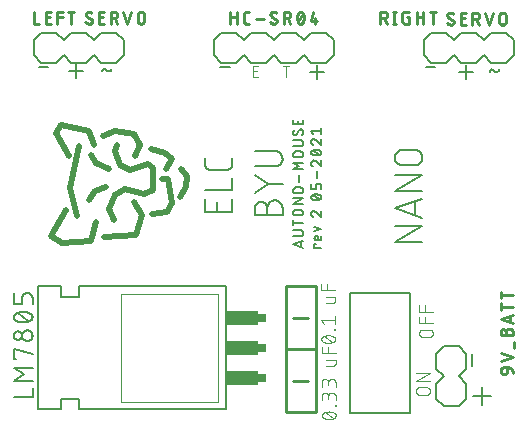
<source format=gbr>
G04 EAGLE Gerber RS-274X export*
G75*
%MOMM*%
%FSLAX34Y34*%
%LPD*%
%INSilkscreen Top*%
%IPPOS*%
%AMOC8*
5,1,8,0,0,1.08239X$1,22.5*%
G01*
%ADD10C,0.203200*%
%ADD11C,0.152400*%
%ADD12C,0.508000*%
%ADD13C,0.101600*%
%ADD14C,0.076200*%
%ADD15C,0.254000*%
%ADD16C,0.050800*%
%ADD17R,0.635000X0.762000*%
%ADD18R,2.794000X1.270000*%
%ADD19C,0.177800*%


D10*
X583184Y610616D02*
X559816Y610616D01*
X583184Y623598D01*
X559816Y623598D01*
X559816Y638682D02*
X583184Y630893D01*
X583184Y646471D02*
X559816Y638682D01*
X577342Y644524D02*
X577342Y632840D01*
X583184Y653765D02*
X559816Y653765D01*
X583184Y666748D01*
X559816Y666748D01*
X566307Y675340D02*
X576693Y675340D01*
X566307Y675340D02*
X566148Y675342D01*
X565989Y675348D01*
X565829Y675358D01*
X565671Y675371D01*
X565512Y675389D01*
X565355Y675410D01*
X565197Y675436D01*
X565041Y675465D01*
X564885Y675498D01*
X564730Y675535D01*
X564576Y675575D01*
X564423Y675620D01*
X564271Y675668D01*
X564120Y675719D01*
X563971Y675775D01*
X563823Y675834D01*
X563677Y675897D01*
X563532Y675963D01*
X563389Y676033D01*
X563247Y676106D01*
X563108Y676183D01*
X562970Y676263D01*
X562834Y676347D01*
X562701Y676434D01*
X562569Y676524D01*
X562440Y676617D01*
X562314Y676714D01*
X562189Y676813D01*
X562067Y676916D01*
X561948Y677021D01*
X561831Y677130D01*
X561717Y677241D01*
X561606Y677355D01*
X561497Y677472D01*
X561392Y677591D01*
X561289Y677713D01*
X561190Y677838D01*
X561093Y677964D01*
X561000Y678093D01*
X560910Y678225D01*
X560823Y678358D01*
X560739Y678494D01*
X560659Y678632D01*
X560582Y678771D01*
X560509Y678913D01*
X560439Y679056D01*
X560373Y679201D01*
X560310Y679347D01*
X560251Y679495D01*
X560195Y679644D01*
X560144Y679795D01*
X560096Y679947D01*
X560051Y680100D01*
X560011Y680254D01*
X559974Y680409D01*
X559941Y680565D01*
X559912Y680721D01*
X559886Y680879D01*
X559865Y681036D01*
X559847Y681195D01*
X559834Y681353D01*
X559824Y681513D01*
X559818Y681672D01*
X559816Y681831D01*
X559818Y681990D01*
X559824Y682149D01*
X559834Y682309D01*
X559847Y682467D01*
X559865Y682626D01*
X559886Y682783D01*
X559912Y682941D01*
X559941Y683097D01*
X559974Y683253D01*
X560011Y683408D01*
X560051Y683562D01*
X560096Y683715D01*
X560144Y683867D01*
X560195Y684018D01*
X560251Y684167D01*
X560310Y684315D01*
X560373Y684461D01*
X560439Y684606D01*
X560509Y684749D01*
X560582Y684891D01*
X560659Y685030D01*
X560739Y685168D01*
X560823Y685304D01*
X560910Y685437D01*
X561000Y685569D01*
X561093Y685698D01*
X561190Y685824D01*
X561289Y685949D01*
X561392Y686071D01*
X561497Y686190D01*
X561606Y686307D01*
X561717Y686421D01*
X561831Y686532D01*
X561948Y686641D01*
X562067Y686746D01*
X562189Y686849D01*
X562314Y686948D01*
X562440Y687045D01*
X562569Y687138D01*
X562701Y687228D01*
X562834Y687315D01*
X562970Y687399D01*
X563108Y687479D01*
X563247Y687556D01*
X563389Y687629D01*
X563532Y687699D01*
X563677Y687765D01*
X563823Y687828D01*
X563971Y687887D01*
X564120Y687943D01*
X564271Y687994D01*
X564423Y688042D01*
X564576Y688087D01*
X564730Y688127D01*
X564885Y688164D01*
X565041Y688197D01*
X565197Y688226D01*
X565355Y688252D01*
X565512Y688273D01*
X565671Y688291D01*
X565829Y688304D01*
X565989Y688314D01*
X566148Y688320D01*
X566307Y688322D01*
X576693Y688322D01*
X576852Y688320D01*
X577011Y688314D01*
X577171Y688304D01*
X577329Y688291D01*
X577488Y688273D01*
X577645Y688252D01*
X577803Y688226D01*
X577959Y688197D01*
X578115Y688164D01*
X578270Y688127D01*
X578424Y688087D01*
X578577Y688042D01*
X578729Y687994D01*
X578880Y687943D01*
X579029Y687887D01*
X579177Y687828D01*
X579323Y687765D01*
X579468Y687699D01*
X579611Y687629D01*
X579753Y687556D01*
X579892Y687479D01*
X580030Y687399D01*
X580166Y687315D01*
X580299Y687228D01*
X580431Y687138D01*
X580560Y687045D01*
X580686Y686948D01*
X580811Y686849D01*
X580933Y686746D01*
X581052Y686641D01*
X581169Y686532D01*
X581283Y686421D01*
X581394Y686307D01*
X581503Y686190D01*
X581608Y686071D01*
X581711Y685949D01*
X581810Y685824D01*
X581907Y685698D01*
X582000Y685569D01*
X582090Y685437D01*
X582177Y685304D01*
X582261Y685168D01*
X582341Y685030D01*
X582418Y684891D01*
X582491Y684749D01*
X582561Y684606D01*
X582627Y684461D01*
X582690Y684315D01*
X582749Y684167D01*
X582805Y684018D01*
X582856Y683867D01*
X582904Y683715D01*
X582949Y683562D01*
X582989Y683408D01*
X583026Y683253D01*
X583059Y683097D01*
X583088Y682941D01*
X583114Y682783D01*
X583135Y682626D01*
X583153Y682467D01*
X583166Y682309D01*
X583176Y682149D01*
X583182Y681990D01*
X583184Y681831D01*
X583182Y681672D01*
X583176Y681513D01*
X583166Y681353D01*
X583153Y681195D01*
X583135Y681036D01*
X583114Y680879D01*
X583088Y680721D01*
X583059Y680565D01*
X583026Y680409D01*
X582989Y680254D01*
X582949Y680100D01*
X582904Y679947D01*
X582856Y679795D01*
X582805Y679644D01*
X582749Y679495D01*
X582690Y679347D01*
X582627Y679201D01*
X582561Y679056D01*
X582491Y678913D01*
X582418Y678771D01*
X582341Y678632D01*
X582261Y678494D01*
X582177Y678358D01*
X582090Y678225D01*
X582000Y678093D01*
X581907Y677964D01*
X581810Y677838D01*
X581711Y677713D01*
X581608Y677591D01*
X581503Y677472D01*
X581394Y677355D01*
X581283Y677241D01*
X581169Y677130D01*
X581052Y677021D01*
X580933Y676916D01*
X580811Y676813D01*
X580686Y676714D01*
X580560Y676617D01*
X580431Y676524D01*
X580299Y676434D01*
X580166Y676347D01*
X580030Y676263D01*
X579892Y676183D01*
X579753Y676106D01*
X579611Y676033D01*
X579468Y675963D01*
X579323Y675897D01*
X579177Y675834D01*
X579029Y675775D01*
X578880Y675719D01*
X578729Y675668D01*
X578577Y675620D01*
X578424Y675575D01*
X578270Y675535D01*
X578115Y675498D01*
X577959Y675465D01*
X577803Y675436D01*
X577645Y675410D01*
X577488Y675389D01*
X577329Y675371D01*
X577171Y675358D01*
X577011Y675348D01*
X576852Y675342D01*
X576693Y675340D01*
X422402Y646290D02*
X422402Y635904D01*
X399034Y635904D01*
X399034Y646290D01*
X409420Y643694D02*
X409420Y635904D01*
X399034Y653999D02*
X422402Y653999D01*
X422402Y664385D01*
X422402Y676543D02*
X422402Y681736D01*
X422402Y676543D02*
X422400Y676400D01*
X422394Y676257D01*
X422384Y676114D01*
X422370Y675972D01*
X422353Y675830D01*
X422331Y675688D01*
X422306Y675547D01*
X422276Y675407D01*
X422243Y675268D01*
X422206Y675130D01*
X422165Y674993D01*
X422121Y674857D01*
X422072Y674722D01*
X422020Y674589D01*
X421965Y674457D01*
X421905Y674327D01*
X421842Y674198D01*
X421776Y674071D01*
X421706Y673947D01*
X421633Y673824D01*
X421556Y673703D01*
X421476Y673584D01*
X421393Y673468D01*
X421307Y673353D01*
X421218Y673242D01*
X421125Y673132D01*
X421030Y673026D01*
X420931Y672922D01*
X420830Y672821D01*
X420726Y672722D01*
X420620Y672627D01*
X420510Y672534D01*
X420399Y672445D01*
X420284Y672359D01*
X420168Y672276D01*
X420049Y672196D01*
X419928Y672119D01*
X419806Y672046D01*
X419681Y671976D01*
X419554Y671910D01*
X419425Y671847D01*
X419295Y671787D01*
X419163Y671732D01*
X419030Y671680D01*
X418895Y671631D01*
X418759Y671587D01*
X418622Y671546D01*
X418484Y671509D01*
X418345Y671476D01*
X418205Y671446D01*
X418064Y671421D01*
X417922Y671399D01*
X417780Y671382D01*
X417638Y671368D01*
X417495Y671358D01*
X417352Y671352D01*
X417209Y671350D01*
X404227Y671350D01*
X404084Y671352D01*
X403941Y671358D01*
X403798Y671368D01*
X403656Y671382D01*
X403514Y671399D01*
X403372Y671421D01*
X403231Y671446D01*
X403091Y671476D01*
X402952Y671509D01*
X402814Y671546D01*
X402677Y671587D01*
X402541Y671631D01*
X402406Y671680D01*
X402273Y671732D01*
X402141Y671787D01*
X402011Y671847D01*
X401882Y671910D01*
X401755Y671976D01*
X401631Y672046D01*
X401508Y672119D01*
X401387Y672196D01*
X401268Y672275D01*
X401152Y672359D01*
X401037Y672445D01*
X400926Y672534D01*
X400817Y672627D01*
X400710Y672722D01*
X400606Y672821D01*
X400505Y672922D01*
X400406Y673026D01*
X400311Y673132D01*
X400218Y673242D01*
X400129Y673353D01*
X400043Y673467D01*
X399960Y673584D01*
X399880Y673703D01*
X399803Y673824D01*
X399730Y673946D01*
X399660Y674071D01*
X399594Y674198D01*
X399531Y674327D01*
X399471Y674457D01*
X399416Y674589D01*
X399364Y674722D01*
X399315Y674857D01*
X399271Y674993D01*
X399230Y675130D01*
X399193Y675268D01*
X399160Y675407D01*
X399130Y675547D01*
X399105Y675688D01*
X399083Y675830D01*
X399066Y675972D01*
X399052Y676114D01*
X399042Y676257D01*
X399036Y676400D01*
X399034Y676543D01*
X399034Y681736D01*
X451838Y639205D02*
X451838Y632714D01*
X451838Y639205D02*
X451840Y639364D01*
X451846Y639523D01*
X451856Y639683D01*
X451869Y639841D01*
X451887Y640000D01*
X451908Y640157D01*
X451934Y640315D01*
X451963Y640471D01*
X451996Y640627D01*
X452033Y640782D01*
X452073Y640936D01*
X452118Y641089D01*
X452166Y641241D01*
X452217Y641392D01*
X452273Y641541D01*
X452332Y641689D01*
X452395Y641835D01*
X452461Y641980D01*
X452531Y642123D01*
X452604Y642265D01*
X452681Y642404D01*
X452761Y642542D01*
X452845Y642678D01*
X452932Y642811D01*
X453022Y642943D01*
X453115Y643072D01*
X453212Y643198D01*
X453311Y643323D01*
X453414Y643445D01*
X453519Y643564D01*
X453628Y643681D01*
X453739Y643795D01*
X453853Y643906D01*
X453970Y644015D01*
X454089Y644120D01*
X454211Y644223D01*
X454336Y644322D01*
X454462Y644419D01*
X454591Y644512D01*
X454723Y644602D01*
X454856Y644689D01*
X454992Y644773D01*
X455130Y644853D01*
X455269Y644930D01*
X455411Y645003D01*
X455554Y645073D01*
X455699Y645139D01*
X455845Y645202D01*
X455993Y645261D01*
X456142Y645317D01*
X456293Y645368D01*
X456445Y645416D01*
X456598Y645461D01*
X456752Y645501D01*
X456907Y645538D01*
X457063Y645571D01*
X457219Y645600D01*
X457377Y645626D01*
X457534Y645647D01*
X457693Y645665D01*
X457851Y645678D01*
X458011Y645688D01*
X458170Y645694D01*
X458329Y645696D01*
X458488Y645694D01*
X458647Y645688D01*
X458807Y645678D01*
X458965Y645665D01*
X459124Y645647D01*
X459281Y645626D01*
X459439Y645600D01*
X459595Y645571D01*
X459751Y645538D01*
X459906Y645501D01*
X460060Y645461D01*
X460213Y645416D01*
X460365Y645368D01*
X460516Y645317D01*
X460665Y645261D01*
X460813Y645202D01*
X460959Y645139D01*
X461104Y645073D01*
X461247Y645003D01*
X461389Y644930D01*
X461528Y644853D01*
X461666Y644773D01*
X461802Y644689D01*
X461935Y644602D01*
X462067Y644512D01*
X462196Y644419D01*
X462322Y644322D01*
X462447Y644223D01*
X462569Y644120D01*
X462688Y644015D01*
X462805Y643906D01*
X462919Y643795D01*
X463030Y643681D01*
X463139Y643564D01*
X463244Y643445D01*
X463347Y643323D01*
X463446Y643198D01*
X463543Y643072D01*
X463636Y642943D01*
X463726Y642811D01*
X463813Y642678D01*
X463897Y642542D01*
X463977Y642404D01*
X464054Y642265D01*
X464127Y642123D01*
X464197Y641980D01*
X464263Y641835D01*
X464326Y641689D01*
X464385Y641541D01*
X464441Y641392D01*
X464492Y641241D01*
X464540Y641089D01*
X464585Y640936D01*
X464625Y640782D01*
X464662Y640627D01*
X464695Y640471D01*
X464724Y640315D01*
X464750Y640157D01*
X464771Y640000D01*
X464789Y639841D01*
X464802Y639683D01*
X464812Y639523D01*
X464818Y639364D01*
X464820Y639205D01*
X464820Y632714D01*
X441452Y632714D01*
X441452Y639205D01*
X441454Y639348D01*
X441460Y639491D01*
X441470Y639634D01*
X441484Y639776D01*
X441501Y639918D01*
X441523Y640060D01*
X441548Y640201D01*
X441578Y640341D01*
X441611Y640480D01*
X441648Y640618D01*
X441689Y640755D01*
X441733Y640891D01*
X441782Y641026D01*
X441834Y641159D01*
X441889Y641291D01*
X441949Y641421D01*
X442012Y641550D01*
X442078Y641677D01*
X442148Y641802D01*
X442221Y641924D01*
X442298Y642045D01*
X442378Y642164D01*
X442461Y642280D01*
X442547Y642395D01*
X442636Y642506D01*
X442729Y642616D01*
X442824Y642722D01*
X442923Y642826D01*
X443024Y642927D01*
X443128Y643026D01*
X443234Y643121D01*
X443344Y643214D01*
X443455Y643303D01*
X443570Y643389D01*
X443686Y643472D01*
X443805Y643552D01*
X443926Y643629D01*
X444049Y643702D01*
X444173Y643772D01*
X444300Y643838D01*
X444429Y643901D01*
X444559Y643961D01*
X444691Y644016D01*
X444824Y644068D01*
X444959Y644117D01*
X445095Y644161D01*
X445232Y644202D01*
X445370Y644239D01*
X445509Y644272D01*
X445649Y644302D01*
X445790Y644327D01*
X445932Y644349D01*
X446074Y644366D01*
X446216Y644380D01*
X446359Y644390D01*
X446502Y644396D01*
X446645Y644398D01*
X446788Y644396D01*
X446931Y644390D01*
X447074Y644380D01*
X447216Y644366D01*
X447358Y644349D01*
X447500Y644327D01*
X447641Y644302D01*
X447781Y644272D01*
X447920Y644239D01*
X448058Y644202D01*
X448195Y644161D01*
X448331Y644117D01*
X448466Y644068D01*
X448599Y644016D01*
X448731Y643961D01*
X448861Y643901D01*
X448990Y643838D01*
X449117Y643772D01*
X449242Y643702D01*
X449364Y643629D01*
X449485Y643552D01*
X449604Y643472D01*
X449720Y643389D01*
X449835Y643303D01*
X449946Y643214D01*
X450056Y643121D01*
X450162Y643026D01*
X450266Y642927D01*
X450367Y642826D01*
X450466Y642722D01*
X450561Y642616D01*
X450654Y642506D01*
X450743Y642395D01*
X450829Y642280D01*
X450912Y642164D01*
X450992Y642045D01*
X451069Y641924D01*
X451142Y641802D01*
X451212Y641677D01*
X451278Y641550D01*
X451341Y641421D01*
X451401Y641291D01*
X451456Y641159D01*
X451508Y641026D01*
X451557Y640891D01*
X451601Y640755D01*
X451642Y640618D01*
X451679Y640480D01*
X451712Y640341D01*
X451742Y640201D01*
X451767Y640060D01*
X451789Y639918D01*
X451806Y639776D01*
X451820Y639634D01*
X451830Y639491D01*
X451836Y639348D01*
X451838Y639205D01*
X441452Y651451D02*
X452487Y659240D01*
X441452Y667030D01*
X452487Y659240D02*
X464820Y659240D01*
X458329Y674324D02*
X441452Y674324D01*
X458329Y674324D02*
X458488Y674326D01*
X458647Y674332D01*
X458807Y674342D01*
X458965Y674355D01*
X459124Y674373D01*
X459281Y674394D01*
X459439Y674420D01*
X459595Y674449D01*
X459751Y674482D01*
X459906Y674519D01*
X460060Y674559D01*
X460213Y674604D01*
X460365Y674652D01*
X460516Y674703D01*
X460665Y674759D01*
X460813Y674818D01*
X460959Y674881D01*
X461104Y674947D01*
X461247Y675017D01*
X461389Y675090D01*
X461528Y675167D01*
X461666Y675247D01*
X461802Y675331D01*
X461935Y675418D01*
X462067Y675508D01*
X462196Y675601D01*
X462322Y675698D01*
X462447Y675797D01*
X462569Y675900D01*
X462688Y676005D01*
X462805Y676114D01*
X462919Y676225D01*
X463030Y676339D01*
X463139Y676456D01*
X463244Y676575D01*
X463347Y676697D01*
X463446Y676822D01*
X463543Y676948D01*
X463636Y677077D01*
X463726Y677209D01*
X463813Y677342D01*
X463897Y677478D01*
X463977Y677616D01*
X464054Y677755D01*
X464127Y677897D01*
X464197Y678040D01*
X464263Y678185D01*
X464326Y678331D01*
X464385Y678479D01*
X464441Y678628D01*
X464492Y678779D01*
X464540Y678931D01*
X464585Y679084D01*
X464625Y679238D01*
X464662Y679393D01*
X464695Y679549D01*
X464724Y679705D01*
X464750Y679863D01*
X464771Y680020D01*
X464789Y680179D01*
X464802Y680337D01*
X464812Y680497D01*
X464818Y680656D01*
X464820Y680815D01*
X464818Y680974D01*
X464812Y681133D01*
X464802Y681293D01*
X464789Y681451D01*
X464771Y681610D01*
X464750Y681767D01*
X464724Y681925D01*
X464695Y682081D01*
X464662Y682237D01*
X464625Y682392D01*
X464585Y682546D01*
X464540Y682699D01*
X464492Y682851D01*
X464441Y683002D01*
X464385Y683151D01*
X464326Y683299D01*
X464263Y683445D01*
X464197Y683590D01*
X464127Y683733D01*
X464054Y683875D01*
X463977Y684014D01*
X463897Y684152D01*
X463813Y684288D01*
X463726Y684421D01*
X463636Y684553D01*
X463543Y684682D01*
X463446Y684808D01*
X463347Y684933D01*
X463244Y685055D01*
X463139Y685174D01*
X463030Y685291D01*
X462919Y685405D01*
X462805Y685516D01*
X462688Y685625D01*
X462569Y685730D01*
X462447Y685833D01*
X462322Y685932D01*
X462196Y686029D01*
X462067Y686122D01*
X461935Y686212D01*
X461802Y686299D01*
X461666Y686383D01*
X461528Y686463D01*
X461389Y686540D01*
X461247Y686613D01*
X461104Y686683D01*
X460959Y686749D01*
X460813Y686812D01*
X460665Y686871D01*
X460516Y686927D01*
X460365Y686978D01*
X460213Y687026D01*
X460060Y687071D01*
X459906Y687111D01*
X459751Y687148D01*
X459595Y687181D01*
X459439Y687210D01*
X459281Y687236D01*
X459124Y687257D01*
X458965Y687275D01*
X458807Y687288D01*
X458647Y687298D01*
X458488Y687304D01*
X458329Y687306D01*
X441452Y687306D01*
D11*
X473710Y608415D02*
X482346Y605536D01*
X482346Y611293D02*
X473710Y608415D01*
X480187Y610574D02*
X480187Y606256D01*
X479947Y615465D02*
X473710Y615465D01*
X479947Y615464D02*
X480044Y615466D01*
X480140Y615472D01*
X480236Y615481D01*
X480332Y615495D01*
X480427Y615512D01*
X480521Y615534D01*
X480614Y615559D01*
X480707Y615587D01*
X480798Y615620D01*
X480887Y615656D01*
X480975Y615696D01*
X481062Y615739D01*
X481147Y615785D01*
X481229Y615835D01*
X481310Y615889D01*
X481388Y615945D01*
X481464Y616005D01*
X481538Y616067D01*
X481609Y616133D01*
X481677Y616201D01*
X481743Y616272D01*
X481805Y616346D01*
X481865Y616422D01*
X481921Y616500D01*
X481975Y616581D01*
X482025Y616664D01*
X482071Y616748D01*
X482114Y616835D01*
X482154Y616923D01*
X482190Y617012D01*
X482223Y617103D01*
X482251Y617196D01*
X482276Y617289D01*
X482298Y617383D01*
X482315Y617478D01*
X482329Y617574D01*
X482338Y617670D01*
X482344Y617766D01*
X482346Y617863D01*
X482344Y617960D01*
X482338Y618056D01*
X482329Y618152D01*
X482315Y618248D01*
X482298Y618343D01*
X482276Y618437D01*
X482251Y618530D01*
X482223Y618623D01*
X482190Y618714D01*
X482154Y618803D01*
X482114Y618891D01*
X482071Y618978D01*
X482025Y619063D01*
X481975Y619145D01*
X481921Y619226D01*
X481865Y619304D01*
X481805Y619380D01*
X481743Y619454D01*
X481677Y619525D01*
X481609Y619593D01*
X481538Y619659D01*
X481464Y619721D01*
X481388Y619781D01*
X481310Y619837D01*
X481229Y619891D01*
X481147Y619941D01*
X481062Y619987D01*
X480975Y620030D01*
X480887Y620070D01*
X480798Y620106D01*
X480707Y620139D01*
X480614Y620167D01*
X480521Y620192D01*
X480427Y620214D01*
X480332Y620231D01*
X480236Y620245D01*
X480140Y620254D01*
X480044Y620260D01*
X479947Y620262D01*
X473710Y620262D01*
X473710Y626703D02*
X482346Y626703D01*
X473710Y629101D02*
X473710Y624304D01*
X476109Y632838D02*
X479947Y632838D01*
X476109Y632838D02*
X476012Y632840D01*
X475916Y632846D01*
X475820Y632855D01*
X475724Y632869D01*
X475629Y632886D01*
X475535Y632908D01*
X475442Y632933D01*
X475349Y632961D01*
X475258Y632994D01*
X475169Y633030D01*
X475081Y633070D01*
X474994Y633113D01*
X474910Y633159D01*
X474827Y633209D01*
X474746Y633263D01*
X474668Y633319D01*
X474592Y633379D01*
X474518Y633441D01*
X474447Y633507D01*
X474379Y633575D01*
X474313Y633646D01*
X474251Y633720D01*
X474191Y633796D01*
X474135Y633874D01*
X474081Y633955D01*
X474031Y634038D01*
X473985Y634122D01*
X473942Y634209D01*
X473902Y634297D01*
X473866Y634386D01*
X473833Y634477D01*
X473805Y634570D01*
X473780Y634663D01*
X473758Y634757D01*
X473741Y634852D01*
X473727Y634948D01*
X473718Y635044D01*
X473712Y635140D01*
X473710Y635237D01*
X473712Y635334D01*
X473718Y635430D01*
X473727Y635526D01*
X473741Y635622D01*
X473758Y635717D01*
X473780Y635811D01*
X473805Y635904D01*
X473833Y635997D01*
X473866Y636088D01*
X473902Y636177D01*
X473942Y636265D01*
X473985Y636352D01*
X474031Y636437D01*
X474081Y636519D01*
X474135Y636600D01*
X474191Y636678D01*
X474251Y636754D01*
X474313Y636828D01*
X474379Y636899D01*
X474447Y636967D01*
X474518Y637033D01*
X474592Y637095D01*
X474668Y637155D01*
X474746Y637211D01*
X474827Y637265D01*
X474910Y637315D01*
X474994Y637361D01*
X475081Y637404D01*
X475169Y637444D01*
X475258Y637480D01*
X475349Y637513D01*
X475442Y637541D01*
X475535Y637566D01*
X475629Y637588D01*
X475724Y637605D01*
X475820Y637619D01*
X475916Y637628D01*
X476012Y637634D01*
X476109Y637636D01*
X479947Y637636D01*
X480044Y637634D01*
X480140Y637628D01*
X480236Y637619D01*
X480332Y637605D01*
X480427Y637588D01*
X480521Y637566D01*
X480614Y637541D01*
X480707Y637513D01*
X480798Y637480D01*
X480887Y637444D01*
X480975Y637404D01*
X481062Y637361D01*
X481147Y637315D01*
X481229Y637265D01*
X481310Y637211D01*
X481388Y637155D01*
X481464Y637095D01*
X481538Y637033D01*
X481609Y636967D01*
X481677Y636899D01*
X481743Y636828D01*
X481805Y636754D01*
X481865Y636678D01*
X481921Y636600D01*
X481975Y636519D01*
X482025Y636437D01*
X482071Y636352D01*
X482114Y636265D01*
X482154Y636177D01*
X482190Y636088D01*
X482223Y635997D01*
X482251Y635904D01*
X482276Y635811D01*
X482298Y635717D01*
X482315Y635622D01*
X482329Y635526D01*
X482338Y635430D01*
X482344Y635334D01*
X482346Y635237D01*
X482344Y635140D01*
X482338Y635044D01*
X482329Y634948D01*
X482315Y634852D01*
X482298Y634757D01*
X482276Y634663D01*
X482251Y634570D01*
X482223Y634477D01*
X482190Y634386D01*
X482154Y634297D01*
X482114Y634209D01*
X482071Y634122D01*
X482025Y634038D01*
X481975Y633955D01*
X481921Y633874D01*
X481865Y633796D01*
X481805Y633720D01*
X481743Y633646D01*
X481677Y633575D01*
X481609Y633507D01*
X481538Y633441D01*
X481464Y633379D01*
X481388Y633319D01*
X481310Y633263D01*
X481229Y633209D01*
X481147Y633159D01*
X481062Y633113D01*
X480975Y633070D01*
X480887Y633030D01*
X480798Y632994D01*
X480707Y632961D01*
X480614Y632933D01*
X480521Y632908D01*
X480427Y632886D01*
X480332Y632869D01*
X480236Y632855D01*
X480140Y632846D01*
X480044Y632840D01*
X479947Y632838D01*
X482346Y642287D02*
X473710Y642287D01*
X482346Y647085D01*
X473710Y647085D01*
X476109Y651736D02*
X479947Y651736D01*
X476109Y651736D02*
X476012Y651738D01*
X475916Y651744D01*
X475820Y651753D01*
X475724Y651767D01*
X475629Y651784D01*
X475535Y651806D01*
X475442Y651831D01*
X475349Y651859D01*
X475258Y651892D01*
X475169Y651928D01*
X475081Y651968D01*
X474994Y652011D01*
X474910Y652057D01*
X474827Y652107D01*
X474746Y652161D01*
X474668Y652217D01*
X474592Y652277D01*
X474518Y652339D01*
X474447Y652405D01*
X474379Y652473D01*
X474313Y652544D01*
X474251Y652618D01*
X474191Y652694D01*
X474135Y652772D01*
X474081Y652853D01*
X474031Y652936D01*
X473985Y653020D01*
X473942Y653107D01*
X473902Y653195D01*
X473866Y653284D01*
X473833Y653375D01*
X473805Y653468D01*
X473780Y653561D01*
X473758Y653655D01*
X473741Y653750D01*
X473727Y653846D01*
X473718Y653942D01*
X473712Y654038D01*
X473710Y654135D01*
X473712Y654232D01*
X473718Y654328D01*
X473727Y654424D01*
X473741Y654520D01*
X473758Y654615D01*
X473780Y654709D01*
X473805Y654802D01*
X473833Y654895D01*
X473866Y654986D01*
X473902Y655075D01*
X473942Y655163D01*
X473985Y655250D01*
X474031Y655335D01*
X474081Y655417D01*
X474135Y655498D01*
X474191Y655576D01*
X474251Y655652D01*
X474313Y655726D01*
X474379Y655797D01*
X474447Y655865D01*
X474518Y655931D01*
X474592Y655993D01*
X474668Y656053D01*
X474746Y656109D01*
X474827Y656163D01*
X474910Y656213D01*
X474994Y656259D01*
X475081Y656302D01*
X475169Y656342D01*
X475258Y656378D01*
X475349Y656411D01*
X475442Y656439D01*
X475535Y656464D01*
X475629Y656486D01*
X475724Y656503D01*
X475820Y656517D01*
X475916Y656526D01*
X476012Y656532D01*
X476109Y656534D01*
X476109Y656533D02*
X479947Y656533D01*
X479947Y656534D02*
X480044Y656532D01*
X480140Y656526D01*
X480236Y656517D01*
X480332Y656503D01*
X480427Y656486D01*
X480521Y656464D01*
X480614Y656439D01*
X480707Y656411D01*
X480798Y656378D01*
X480887Y656342D01*
X480975Y656302D01*
X481062Y656259D01*
X481147Y656213D01*
X481229Y656163D01*
X481310Y656109D01*
X481388Y656053D01*
X481464Y655993D01*
X481538Y655931D01*
X481609Y655865D01*
X481677Y655797D01*
X481743Y655726D01*
X481805Y655652D01*
X481865Y655576D01*
X481921Y655498D01*
X481975Y655417D01*
X482025Y655335D01*
X482071Y655250D01*
X482114Y655163D01*
X482154Y655075D01*
X482190Y654986D01*
X482223Y654895D01*
X482251Y654802D01*
X482276Y654709D01*
X482298Y654615D01*
X482315Y654520D01*
X482329Y654424D01*
X482338Y654328D01*
X482344Y654232D01*
X482346Y654135D01*
X482344Y654038D01*
X482338Y653942D01*
X482329Y653846D01*
X482315Y653750D01*
X482298Y653655D01*
X482276Y653561D01*
X482251Y653468D01*
X482223Y653375D01*
X482190Y653284D01*
X482154Y653195D01*
X482114Y653107D01*
X482071Y653020D01*
X482025Y652936D01*
X481975Y652853D01*
X481921Y652772D01*
X481865Y652694D01*
X481805Y652618D01*
X481743Y652544D01*
X481677Y652473D01*
X481609Y652405D01*
X481538Y652339D01*
X481464Y652277D01*
X481388Y652217D01*
X481310Y652161D01*
X481229Y652107D01*
X481147Y652057D01*
X481062Y652011D01*
X480975Y651968D01*
X480887Y651928D01*
X480798Y651892D01*
X480707Y651859D01*
X480614Y651831D01*
X480521Y651806D01*
X480427Y651784D01*
X480332Y651767D01*
X480236Y651753D01*
X480140Y651744D01*
X480044Y651738D01*
X479947Y651736D01*
X478988Y661009D02*
X478988Y666767D01*
X482346Y671677D02*
X473710Y671677D01*
X478508Y674556D01*
X473710Y677435D01*
X482346Y677435D01*
X479947Y682216D02*
X476109Y682216D01*
X476109Y682215D02*
X476012Y682217D01*
X475916Y682223D01*
X475820Y682232D01*
X475724Y682246D01*
X475629Y682263D01*
X475535Y682285D01*
X475442Y682310D01*
X475349Y682338D01*
X475258Y682371D01*
X475169Y682407D01*
X475081Y682447D01*
X474994Y682490D01*
X474910Y682536D01*
X474827Y682586D01*
X474746Y682640D01*
X474668Y682696D01*
X474592Y682756D01*
X474518Y682818D01*
X474447Y682884D01*
X474379Y682952D01*
X474313Y683023D01*
X474251Y683097D01*
X474191Y683173D01*
X474135Y683251D01*
X474081Y683332D01*
X474031Y683415D01*
X473985Y683499D01*
X473942Y683586D01*
X473902Y683674D01*
X473866Y683763D01*
X473833Y683854D01*
X473805Y683947D01*
X473780Y684040D01*
X473758Y684134D01*
X473741Y684229D01*
X473727Y684325D01*
X473718Y684421D01*
X473712Y684517D01*
X473710Y684614D01*
X473712Y684711D01*
X473718Y684807D01*
X473727Y684903D01*
X473741Y684999D01*
X473758Y685094D01*
X473780Y685188D01*
X473805Y685281D01*
X473833Y685374D01*
X473866Y685465D01*
X473902Y685554D01*
X473942Y685642D01*
X473985Y685729D01*
X474031Y685814D01*
X474081Y685896D01*
X474135Y685977D01*
X474191Y686055D01*
X474251Y686131D01*
X474313Y686205D01*
X474379Y686276D01*
X474447Y686344D01*
X474518Y686410D01*
X474592Y686472D01*
X474668Y686532D01*
X474746Y686588D01*
X474827Y686642D01*
X474910Y686692D01*
X474994Y686738D01*
X475081Y686781D01*
X475169Y686821D01*
X475258Y686857D01*
X475349Y686890D01*
X475442Y686918D01*
X475535Y686943D01*
X475629Y686965D01*
X475724Y686982D01*
X475820Y686996D01*
X475916Y687005D01*
X476012Y687011D01*
X476109Y687013D01*
X479947Y687013D01*
X480044Y687011D01*
X480140Y687005D01*
X480236Y686996D01*
X480332Y686982D01*
X480427Y686965D01*
X480521Y686943D01*
X480614Y686918D01*
X480707Y686890D01*
X480798Y686857D01*
X480887Y686821D01*
X480975Y686781D01*
X481062Y686738D01*
X481147Y686692D01*
X481229Y686642D01*
X481310Y686588D01*
X481388Y686532D01*
X481464Y686472D01*
X481538Y686410D01*
X481609Y686344D01*
X481677Y686276D01*
X481743Y686205D01*
X481805Y686131D01*
X481865Y686055D01*
X481921Y685977D01*
X481975Y685896D01*
X482025Y685814D01*
X482071Y685729D01*
X482114Y685642D01*
X482154Y685554D01*
X482190Y685465D01*
X482223Y685374D01*
X482251Y685281D01*
X482276Y685188D01*
X482298Y685094D01*
X482315Y684999D01*
X482329Y684903D01*
X482338Y684807D01*
X482344Y684711D01*
X482346Y684614D01*
X482344Y684517D01*
X482338Y684421D01*
X482329Y684325D01*
X482315Y684229D01*
X482298Y684134D01*
X482276Y684040D01*
X482251Y683947D01*
X482223Y683854D01*
X482190Y683763D01*
X482154Y683674D01*
X482114Y683586D01*
X482071Y683499D01*
X482025Y683415D01*
X481975Y683332D01*
X481921Y683251D01*
X481865Y683173D01*
X481805Y683097D01*
X481743Y683023D01*
X481677Y682952D01*
X481609Y682884D01*
X481538Y682818D01*
X481464Y682756D01*
X481388Y682696D01*
X481310Y682640D01*
X481229Y682586D01*
X481147Y682536D01*
X481062Y682490D01*
X480975Y682447D01*
X480887Y682407D01*
X480798Y682371D01*
X480707Y682338D01*
X480614Y682310D01*
X480521Y682285D01*
X480427Y682263D01*
X480332Y682246D01*
X480236Y682232D01*
X480140Y682223D01*
X480044Y682217D01*
X479947Y682215D01*
X479947Y691664D02*
X473710Y691664D01*
X479947Y691664D02*
X480044Y691666D01*
X480140Y691672D01*
X480236Y691681D01*
X480332Y691695D01*
X480427Y691712D01*
X480521Y691734D01*
X480614Y691759D01*
X480707Y691787D01*
X480798Y691820D01*
X480887Y691856D01*
X480975Y691896D01*
X481062Y691939D01*
X481147Y691985D01*
X481229Y692035D01*
X481310Y692089D01*
X481388Y692145D01*
X481464Y692205D01*
X481538Y692267D01*
X481609Y692333D01*
X481677Y692401D01*
X481743Y692472D01*
X481805Y692546D01*
X481865Y692622D01*
X481921Y692700D01*
X481975Y692781D01*
X482025Y692864D01*
X482071Y692948D01*
X482114Y693035D01*
X482154Y693123D01*
X482190Y693212D01*
X482223Y693303D01*
X482251Y693396D01*
X482276Y693489D01*
X482298Y693583D01*
X482315Y693678D01*
X482329Y693774D01*
X482338Y693870D01*
X482344Y693966D01*
X482346Y694063D01*
X482344Y694160D01*
X482338Y694256D01*
X482329Y694352D01*
X482315Y694448D01*
X482298Y694543D01*
X482276Y694637D01*
X482251Y694730D01*
X482223Y694823D01*
X482190Y694914D01*
X482154Y695003D01*
X482114Y695091D01*
X482071Y695178D01*
X482025Y695263D01*
X481975Y695345D01*
X481921Y695426D01*
X481865Y695504D01*
X481805Y695580D01*
X481743Y695654D01*
X481677Y695725D01*
X481609Y695793D01*
X481538Y695859D01*
X481464Y695921D01*
X481388Y695981D01*
X481310Y696037D01*
X481229Y696091D01*
X481147Y696141D01*
X481062Y696187D01*
X480975Y696230D01*
X480887Y696270D01*
X480798Y696306D01*
X480707Y696339D01*
X480614Y696367D01*
X480521Y696392D01*
X480427Y696414D01*
X480332Y696431D01*
X480236Y696445D01*
X480140Y696454D01*
X480044Y696460D01*
X479947Y696462D01*
X473710Y696462D01*
X482346Y703687D02*
X482344Y703773D01*
X482338Y703859D01*
X482329Y703945D01*
X482315Y704030D01*
X482298Y704114D01*
X482277Y704198D01*
X482252Y704280D01*
X482224Y704361D01*
X482192Y704441D01*
X482156Y704520D01*
X482117Y704596D01*
X482074Y704671D01*
X482029Y704744D01*
X481980Y704815D01*
X481927Y704883D01*
X481872Y704950D01*
X481814Y705013D01*
X481753Y705074D01*
X481690Y705132D01*
X481623Y705187D01*
X481555Y705240D01*
X481484Y705289D01*
X481411Y705334D01*
X481336Y705377D01*
X481260Y705416D01*
X481181Y705452D01*
X481101Y705484D01*
X481020Y705512D01*
X480938Y705537D01*
X480854Y705558D01*
X480770Y705575D01*
X480685Y705589D01*
X480599Y705598D01*
X480513Y705604D01*
X480427Y705606D01*
X482346Y703687D02*
X482344Y703564D01*
X482339Y703441D01*
X482329Y703318D01*
X482316Y703196D01*
X482299Y703074D01*
X482279Y702952D01*
X482255Y702832D01*
X482227Y702712D01*
X482196Y702593D01*
X482160Y702475D01*
X482122Y702358D01*
X482080Y702242D01*
X482034Y702128D01*
X481985Y702015D01*
X481933Y701904D01*
X481877Y701794D01*
X481818Y701686D01*
X481755Y701580D01*
X481690Y701476D01*
X481621Y701373D01*
X481549Y701273D01*
X481474Y701176D01*
X481397Y701080D01*
X481316Y700987D01*
X481233Y700896D01*
X481147Y700808D01*
X475629Y701048D02*
X475543Y701050D01*
X475457Y701056D01*
X475371Y701065D01*
X475286Y701079D01*
X475202Y701096D01*
X475118Y701117D01*
X475036Y701142D01*
X474955Y701170D01*
X474875Y701202D01*
X474796Y701238D01*
X474720Y701277D01*
X474645Y701320D01*
X474572Y701365D01*
X474501Y701414D01*
X474433Y701467D01*
X474366Y701522D01*
X474303Y701580D01*
X474242Y701641D01*
X474184Y701704D01*
X474129Y701771D01*
X474076Y701839D01*
X474027Y701910D01*
X473982Y701983D01*
X473939Y702058D01*
X473900Y702134D01*
X473864Y702213D01*
X473832Y702293D01*
X473804Y702374D01*
X473779Y702456D01*
X473758Y702540D01*
X473741Y702624D01*
X473727Y702709D01*
X473718Y702795D01*
X473712Y702881D01*
X473710Y702967D01*
X473712Y703083D01*
X473717Y703198D01*
X473727Y703314D01*
X473740Y703429D01*
X473756Y703543D01*
X473777Y703657D01*
X473801Y703771D01*
X473829Y703883D01*
X473860Y703994D01*
X473895Y704105D01*
X473933Y704214D01*
X473975Y704322D01*
X474020Y704428D01*
X474069Y704534D01*
X474121Y704637D01*
X474176Y704739D01*
X474235Y704838D01*
X474297Y704936D01*
X474362Y705032D01*
X474430Y705126D01*
X477308Y702008D02*
X477262Y701933D01*
X477212Y701860D01*
X477159Y701790D01*
X477103Y701722D01*
X477044Y701657D01*
X476982Y701594D01*
X476918Y701535D01*
X476850Y701478D01*
X476780Y701424D01*
X476708Y701374D01*
X476634Y701327D01*
X476558Y701283D01*
X476479Y701243D01*
X476399Y701207D01*
X476318Y701174D01*
X476235Y701145D01*
X476150Y701119D01*
X476065Y701097D01*
X475979Y701080D01*
X475892Y701066D01*
X475805Y701056D01*
X475717Y701050D01*
X475629Y701048D01*
X478748Y704647D02*
X478794Y704721D01*
X478844Y704794D01*
X478897Y704864D01*
X478953Y704932D01*
X479012Y704997D01*
X479074Y705060D01*
X479139Y705119D01*
X479206Y705176D01*
X479276Y705230D01*
X479348Y705280D01*
X479422Y705327D01*
X479498Y705371D01*
X479577Y705411D01*
X479657Y705447D01*
X479738Y705480D01*
X479821Y705510D01*
X479906Y705535D01*
X479991Y705557D01*
X480077Y705574D01*
X480164Y705588D01*
X480251Y705598D01*
X480339Y705604D01*
X480427Y705606D01*
X478748Y704647D02*
X477308Y702008D01*
X482346Y709978D02*
X482346Y713816D01*
X482346Y709978D02*
X473710Y709978D01*
X473710Y713816D01*
X477548Y712857D02*
X477548Y709978D01*
X491829Y605536D02*
X497586Y605536D01*
X491829Y605536D02*
X491829Y608415D01*
X492788Y608415D01*
X497586Y612995D02*
X497586Y615394D01*
X497586Y612995D02*
X497584Y612920D01*
X497578Y612845D01*
X497568Y612770D01*
X497555Y612696D01*
X497537Y612623D01*
X497516Y612550D01*
X497490Y612479D01*
X497462Y612410D01*
X497429Y612342D01*
X497393Y612276D01*
X497354Y612211D01*
X497311Y612149D01*
X497265Y612089D01*
X497216Y612032D01*
X497165Y611977D01*
X497110Y611926D01*
X497053Y611877D01*
X496993Y611831D01*
X496931Y611788D01*
X496867Y611749D01*
X496800Y611713D01*
X496732Y611680D01*
X496663Y611652D01*
X496592Y611626D01*
X496519Y611605D01*
X496446Y611587D01*
X496372Y611574D01*
X496297Y611564D01*
X496222Y611558D01*
X496147Y611556D01*
X493748Y611556D01*
X493662Y611558D01*
X493576Y611564D01*
X493490Y611573D01*
X493405Y611587D01*
X493321Y611604D01*
X493237Y611625D01*
X493155Y611650D01*
X493074Y611678D01*
X492994Y611710D01*
X492915Y611746D01*
X492839Y611785D01*
X492764Y611828D01*
X492691Y611873D01*
X492620Y611922D01*
X492552Y611975D01*
X492485Y612030D01*
X492422Y612088D01*
X492361Y612149D01*
X492303Y612212D01*
X492248Y612279D01*
X492195Y612347D01*
X492146Y612418D01*
X492101Y612491D01*
X492058Y612566D01*
X492019Y612642D01*
X491983Y612721D01*
X491951Y612801D01*
X491923Y612882D01*
X491898Y612964D01*
X491877Y613048D01*
X491860Y613132D01*
X491846Y613217D01*
X491837Y613303D01*
X491831Y613389D01*
X491829Y613475D01*
X491831Y613561D01*
X491837Y613647D01*
X491846Y613733D01*
X491860Y613818D01*
X491877Y613902D01*
X491898Y613986D01*
X491923Y614068D01*
X491951Y614149D01*
X491983Y614229D01*
X492019Y614308D01*
X492058Y614384D01*
X492101Y614459D01*
X492146Y614532D01*
X492195Y614603D01*
X492248Y614671D01*
X492303Y614738D01*
X492361Y614801D01*
X492422Y614862D01*
X492485Y614920D01*
X492552Y614975D01*
X492620Y615028D01*
X492691Y615077D01*
X492764Y615122D01*
X492839Y615165D01*
X492915Y615204D01*
X492994Y615240D01*
X493074Y615272D01*
X493155Y615300D01*
X493237Y615325D01*
X493321Y615346D01*
X493405Y615363D01*
X493490Y615377D01*
X493576Y615386D01*
X493662Y615392D01*
X493748Y615394D01*
X494707Y615394D01*
X494707Y611556D01*
X491829Y619176D02*
X497586Y621095D01*
X491829Y623014D01*
X488950Y634441D02*
X488952Y634533D01*
X488958Y634624D01*
X488967Y634715D01*
X488981Y634806D01*
X488998Y634896D01*
X489020Y634985D01*
X489045Y635073D01*
X489073Y635160D01*
X489106Y635246D01*
X489142Y635330D01*
X489181Y635413D01*
X489224Y635494D01*
X489271Y635573D01*
X489320Y635650D01*
X489373Y635725D01*
X489429Y635797D01*
X489488Y635867D01*
X489550Y635935D01*
X489615Y636000D01*
X489683Y636062D01*
X489753Y636121D01*
X489825Y636177D01*
X489900Y636230D01*
X489977Y636279D01*
X490056Y636326D01*
X490137Y636369D01*
X490220Y636408D01*
X490304Y636444D01*
X490390Y636477D01*
X490477Y636505D01*
X490565Y636530D01*
X490654Y636552D01*
X490744Y636569D01*
X490835Y636583D01*
X490926Y636592D01*
X491017Y636598D01*
X491109Y636600D01*
X488950Y634441D02*
X488952Y634338D01*
X488958Y634236D01*
X488967Y634134D01*
X488980Y634032D01*
X488997Y633931D01*
X489018Y633830D01*
X489042Y633731D01*
X489071Y633632D01*
X489102Y633535D01*
X489138Y633438D01*
X489176Y633343D01*
X489219Y633250D01*
X489265Y633158D01*
X489314Y633068D01*
X489366Y632980D01*
X489422Y632893D01*
X489481Y632809D01*
X489542Y632728D01*
X489607Y632648D01*
X489675Y632571D01*
X489746Y632496D01*
X489819Y632425D01*
X489895Y632356D01*
X489973Y632289D01*
X490054Y632226D01*
X490137Y632166D01*
X490222Y632109D01*
X490309Y632055D01*
X490399Y632004D01*
X490490Y631957D01*
X490582Y631913D01*
X490677Y631872D01*
X490772Y631835D01*
X490869Y631802D01*
X492788Y635880D02*
X492722Y635947D01*
X492653Y636011D01*
X492582Y636072D01*
X492508Y636130D01*
X492432Y636185D01*
X492354Y636237D01*
X492274Y636286D01*
X492192Y636332D01*
X492108Y636374D01*
X492022Y636413D01*
X491935Y636448D01*
X491847Y636479D01*
X491757Y636507D01*
X491667Y636532D01*
X491575Y636553D01*
X491483Y636570D01*
X491390Y636583D01*
X491297Y636592D01*
X491203Y636598D01*
X491109Y636600D01*
X492788Y635880D02*
X497586Y631802D01*
X497586Y636600D01*
X493268Y645823D02*
X493098Y645825D01*
X492928Y645831D01*
X492759Y645841D01*
X492589Y645855D01*
X492420Y645874D01*
X492252Y645896D01*
X492084Y645922D01*
X491917Y645952D01*
X491751Y645987D01*
X491585Y646025D01*
X491420Y646067D01*
X491257Y646113D01*
X491095Y646163D01*
X490933Y646217D01*
X490774Y646274D01*
X490615Y646336D01*
X490458Y646401D01*
X490303Y646470D01*
X490149Y646543D01*
X490073Y646571D01*
X489998Y646603D01*
X489924Y646638D01*
X489852Y646676D01*
X489782Y646718D01*
X489714Y646763D01*
X489648Y646811D01*
X489584Y646862D01*
X489523Y646916D01*
X489464Y646972D01*
X489408Y647032D01*
X489355Y647093D01*
X489305Y647157D01*
X489257Y647224D01*
X489213Y647292D01*
X489172Y647363D01*
X489134Y647435D01*
X489100Y647509D01*
X489069Y647584D01*
X489041Y647661D01*
X489017Y647739D01*
X488997Y647818D01*
X488980Y647898D01*
X488967Y647978D01*
X488957Y648059D01*
X488952Y648140D01*
X488950Y648222D01*
X488952Y648304D01*
X488957Y648385D01*
X488967Y648466D01*
X488980Y648546D01*
X488997Y648626D01*
X489017Y648705D01*
X489041Y648783D01*
X489069Y648860D01*
X489100Y648935D01*
X489134Y649009D01*
X489172Y649081D01*
X489213Y649152D01*
X489257Y649220D01*
X489305Y649287D01*
X489355Y649351D01*
X489408Y649412D01*
X489464Y649472D01*
X489523Y649528D01*
X489584Y649582D01*
X489648Y649633D01*
X489714Y649681D01*
X489782Y649726D01*
X489852Y649768D01*
X489924Y649806D01*
X489998Y649841D01*
X490073Y649873D01*
X490149Y649901D01*
X490303Y649974D01*
X490458Y650043D01*
X490615Y650108D01*
X490774Y650170D01*
X490933Y650227D01*
X491095Y650281D01*
X491257Y650331D01*
X491420Y650377D01*
X491585Y650419D01*
X491751Y650457D01*
X491917Y650492D01*
X492084Y650522D01*
X492252Y650548D01*
X492420Y650570D01*
X492589Y650589D01*
X492759Y650603D01*
X492928Y650613D01*
X493098Y650619D01*
X493268Y650621D01*
X493268Y645823D02*
X493438Y645825D01*
X493608Y645831D01*
X493777Y645841D01*
X493947Y645855D01*
X494116Y645874D01*
X494284Y645896D01*
X494452Y645922D01*
X494619Y645952D01*
X494785Y645987D01*
X494951Y646025D01*
X495116Y646067D01*
X495279Y646113D01*
X495441Y646163D01*
X495603Y646217D01*
X495762Y646274D01*
X495921Y646336D01*
X496078Y646401D01*
X496233Y646470D01*
X496387Y646543D01*
X496463Y646571D01*
X496538Y646603D01*
X496612Y646638D01*
X496684Y646676D01*
X496754Y646718D01*
X496822Y646763D01*
X496888Y646811D01*
X496952Y646862D01*
X497013Y646916D01*
X497072Y646972D01*
X497128Y647032D01*
X497181Y647093D01*
X497231Y647157D01*
X497279Y647224D01*
X497323Y647292D01*
X497364Y647363D01*
X497402Y647435D01*
X497436Y647509D01*
X497467Y647584D01*
X497495Y647661D01*
X497519Y647739D01*
X497539Y647818D01*
X497556Y647898D01*
X497569Y647978D01*
X497579Y648059D01*
X497584Y648140D01*
X497586Y648222D01*
X496387Y649901D02*
X496233Y649974D01*
X496078Y650043D01*
X495921Y650108D01*
X495762Y650170D01*
X495603Y650227D01*
X495441Y650281D01*
X495279Y650331D01*
X495116Y650377D01*
X494951Y650419D01*
X494785Y650457D01*
X494619Y650492D01*
X494452Y650522D01*
X494284Y650548D01*
X494116Y650570D01*
X493947Y650589D01*
X493777Y650603D01*
X493608Y650613D01*
X493438Y650619D01*
X493268Y650621D01*
X496387Y649901D02*
X496463Y649873D01*
X496538Y649841D01*
X496612Y649806D01*
X496684Y649768D01*
X496754Y649726D01*
X496822Y649681D01*
X496888Y649633D01*
X496952Y649582D01*
X497013Y649528D01*
X497072Y649472D01*
X497128Y649412D01*
X497181Y649351D01*
X497231Y649287D01*
X497279Y649220D01*
X497323Y649152D01*
X497364Y649081D01*
X497402Y649009D01*
X497436Y648935D01*
X497467Y648860D01*
X497495Y648783D01*
X497519Y648705D01*
X497539Y648626D01*
X497556Y648546D01*
X497569Y648466D01*
X497579Y648385D01*
X497584Y648304D01*
X497586Y648222D01*
X495667Y646303D02*
X490869Y650141D01*
X497586Y654967D02*
X497586Y657846D01*
X497584Y657932D01*
X497578Y658018D01*
X497569Y658104D01*
X497555Y658189D01*
X497538Y658273D01*
X497517Y658357D01*
X497492Y658439D01*
X497464Y658520D01*
X497432Y658600D01*
X497396Y658679D01*
X497357Y658755D01*
X497314Y658830D01*
X497269Y658903D01*
X497220Y658974D01*
X497167Y659042D01*
X497112Y659109D01*
X497054Y659172D01*
X496993Y659233D01*
X496930Y659291D01*
X496863Y659346D01*
X496795Y659399D01*
X496724Y659448D01*
X496651Y659493D01*
X496576Y659536D01*
X496500Y659575D01*
X496421Y659611D01*
X496341Y659643D01*
X496260Y659671D01*
X496178Y659696D01*
X496094Y659717D01*
X496010Y659734D01*
X495925Y659748D01*
X495839Y659757D01*
X495753Y659763D01*
X495667Y659765D01*
X494707Y659765D01*
X494621Y659763D01*
X494535Y659757D01*
X494449Y659748D01*
X494364Y659734D01*
X494280Y659717D01*
X494196Y659696D01*
X494114Y659671D01*
X494033Y659643D01*
X493953Y659611D01*
X493874Y659575D01*
X493798Y659536D01*
X493723Y659493D01*
X493650Y659448D01*
X493579Y659399D01*
X493511Y659346D01*
X493444Y659291D01*
X493381Y659233D01*
X493320Y659172D01*
X493262Y659109D01*
X493207Y659042D01*
X493155Y658974D01*
X493105Y658903D01*
X493060Y658830D01*
X493017Y658755D01*
X492978Y658679D01*
X492942Y658600D01*
X492910Y658520D01*
X492882Y658439D01*
X492857Y658357D01*
X492836Y658273D01*
X492819Y658189D01*
X492805Y658104D01*
X492796Y658018D01*
X492790Y657932D01*
X492788Y657846D01*
X492788Y654967D01*
X488950Y654967D01*
X488950Y659765D01*
X494228Y664241D02*
X494228Y669998D01*
X488950Y677113D02*
X488952Y677205D01*
X488958Y677296D01*
X488967Y677387D01*
X488981Y677478D01*
X488998Y677568D01*
X489020Y677657D01*
X489045Y677745D01*
X489073Y677832D01*
X489106Y677918D01*
X489142Y678002D01*
X489181Y678085D01*
X489224Y678166D01*
X489271Y678245D01*
X489320Y678322D01*
X489373Y678397D01*
X489429Y678469D01*
X489488Y678539D01*
X489550Y678607D01*
X489615Y678672D01*
X489683Y678734D01*
X489753Y678793D01*
X489825Y678849D01*
X489900Y678902D01*
X489977Y678951D01*
X490056Y678998D01*
X490137Y679041D01*
X490220Y679080D01*
X490304Y679116D01*
X490390Y679149D01*
X490477Y679177D01*
X490565Y679202D01*
X490654Y679224D01*
X490744Y679241D01*
X490835Y679255D01*
X490926Y679264D01*
X491017Y679270D01*
X491109Y679272D01*
X488950Y677113D02*
X488952Y677010D01*
X488958Y676908D01*
X488967Y676806D01*
X488980Y676704D01*
X488997Y676603D01*
X489018Y676502D01*
X489042Y676403D01*
X489071Y676304D01*
X489102Y676207D01*
X489138Y676110D01*
X489176Y676015D01*
X489219Y675922D01*
X489265Y675830D01*
X489314Y675740D01*
X489366Y675652D01*
X489422Y675565D01*
X489481Y675481D01*
X489542Y675400D01*
X489607Y675320D01*
X489675Y675243D01*
X489746Y675168D01*
X489819Y675097D01*
X489895Y675028D01*
X489973Y674961D01*
X490054Y674898D01*
X490137Y674838D01*
X490222Y674781D01*
X490309Y674727D01*
X490399Y674676D01*
X490490Y674629D01*
X490582Y674585D01*
X490677Y674544D01*
X490772Y674507D01*
X490869Y674474D01*
X492788Y678552D02*
X492722Y678619D01*
X492653Y678683D01*
X492582Y678744D01*
X492508Y678802D01*
X492432Y678857D01*
X492354Y678909D01*
X492274Y678958D01*
X492192Y679004D01*
X492108Y679046D01*
X492022Y679085D01*
X491935Y679120D01*
X491847Y679151D01*
X491757Y679179D01*
X491667Y679204D01*
X491575Y679225D01*
X491483Y679242D01*
X491390Y679255D01*
X491297Y679264D01*
X491203Y679270D01*
X491109Y679272D01*
X492788Y678552D02*
X497586Y674474D01*
X497586Y679272D01*
X493268Y683618D02*
X493098Y683620D01*
X492928Y683626D01*
X492759Y683636D01*
X492589Y683650D01*
X492420Y683669D01*
X492252Y683691D01*
X492084Y683717D01*
X491917Y683747D01*
X491751Y683782D01*
X491585Y683820D01*
X491420Y683862D01*
X491257Y683908D01*
X491095Y683958D01*
X490933Y684012D01*
X490774Y684069D01*
X490615Y684131D01*
X490458Y684196D01*
X490303Y684265D01*
X490149Y684338D01*
X490073Y684366D01*
X489998Y684398D01*
X489924Y684433D01*
X489852Y684471D01*
X489782Y684513D01*
X489714Y684558D01*
X489648Y684606D01*
X489584Y684657D01*
X489523Y684711D01*
X489464Y684767D01*
X489408Y684827D01*
X489355Y684888D01*
X489305Y684952D01*
X489257Y685019D01*
X489213Y685087D01*
X489172Y685158D01*
X489134Y685230D01*
X489100Y685304D01*
X489069Y685379D01*
X489041Y685456D01*
X489017Y685534D01*
X488997Y685613D01*
X488980Y685693D01*
X488967Y685773D01*
X488957Y685854D01*
X488952Y685935D01*
X488950Y686017D01*
X488952Y686099D01*
X488957Y686180D01*
X488967Y686261D01*
X488980Y686341D01*
X488997Y686421D01*
X489017Y686500D01*
X489041Y686578D01*
X489069Y686655D01*
X489100Y686730D01*
X489134Y686804D01*
X489172Y686876D01*
X489213Y686947D01*
X489257Y687015D01*
X489305Y687082D01*
X489355Y687146D01*
X489408Y687207D01*
X489464Y687267D01*
X489523Y687323D01*
X489584Y687377D01*
X489648Y687428D01*
X489714Y687476D01*
X489782Y687521D01*
X489852Y687563D01*
X489924Y687601D01*
X489998Y687636D01*
X490073Y687668D01*
X490149Y687696D01*
X490303Y687769D01*
X490458Y687838D01*
X490615Y687903D01*
X490774Y687965D01*
X490933Y688022D01*
X491095Y688076D01*
X491257Y688126D01*
X491420Y688172D01*
X491585Y688214D01*
X491751Y688252D01*
X491917Y688287D01*
X492084Y688317D01*
X492252Y688343D01*
X492420Y688365D01*
X492589Y688384D01*
X492759Y688398D01*
X492928Y688408D01*
X493098Y688414D01*
X493268Y688416D01*
X493268Y683618D02*
X493438Y683620D01*
X493608Y683626D01*
X493777Y683636D01*
X493947Y683650D01*
X494116Y683669D01*
X494284Y683691D01*
X494452Y683717D01*
X494619Y683747D01*
X494785Y683782D01*
X494951Y683820D01*
X495116Y683862D01*
X495279Y683908D01*
X495441Y683958D01*
X495603Y684012D01*
X495762Y684069D01*
X495921Y684131D01*
X496078Y684196D01*
X496233Y684265D01*
X496387Y684338D01*
X496463Y684366D01*
X496538Y684398D01*
X496612Y684433D01*
X496684Y684471D01*
X496754Y684513D01*
X496822Y684558D01*
X496888Y684606D01*
X496952Y684657D01*
X497013Y684711D01*
X497072Y684767D01*
X497128Y684827D01*
X497181Y684888D01*
X497231Y684952D01*
X497279Y685019D01*
X497323Y685087D01*
X497364Y685158D01*
X497402Y685230D01*
X497436Y685304D01*
X497467Y685379D01*
X497495Y685456D01*
X497519Y685534D01*
X497539Y685613D01*
X497556Y685693D01*
X497569Y685773D01*
X497579Y685854D01*
X497584Y685935D01*
X497586Y686017D01*
X496387Y687696D02*
X496233Y687769D01*
X496078Y687838D01*
X495921Y687903D01*
X495762Y687965D01*
X495603Y688022D01*
X495441Y688076D01*
X495279Y688126D01*
X495116Y688172D01*
X494951Y688214D01*
X494785Y688252D01*
X494619Y688287D01*
X494452Y688317D01*
X494284Y688343D01*
X494116Y688365D01*
X493947Y688384D01*
X493777Y688398D01*
X493608Y688408D01*
X493438Y688414D01*
X493268Y688416D01*
X496387Y687696D02*
X496463Y687668D01*
X496538Y687636D01*
X496612Y687601D01*
X496684Y687563D01*
X496754Y687521D01*
X496822Y687476D01*
X496888Y687428D01*
X496952Y687377D01*
X497013Y687323D01*
X497072Y687267D01*
X497128Y687207D01*
X497181Y687146D01*
X497231Y687082D01*
X497279Y687015D01*
X497323Y686947D01*
X497364Y686876D01*
X497402Y686804D01*
X497436Y686730D01*
X497467Y686655D01*
X497495Y686578D01*
X497519Y686500D01*
X497539Y686421D01*
X497556Y686341D01*
X497569Y686261D01*
X497579Y686180D01*
X497584Y686099D01*
X497586Y686017D01*
X495667Y684098D02*
X490869Y687936D01*
X488950Y695401D02*
X488952Y695493D01*
X488958Y695584D01*
X488967Y695675D01*
X488981Y695766D01*
X488998Y695856D01*
X489020Y695945D01*
X489045Y696033D01*
X489073Y696120D01*
X489106Y696206D01*
X489142Y696290D01*
X489181Y696373D01*
X489224Y696454D01*
X489271Y696533D01*
X489320Y696610D01*
X489373Y696685D01*
X489429Y696757D01*
X489488Y696827D01*
X489550Y696895D01*
X489615Y696960D01*
X489683Y697022D01*
X489753Y697081D01*
X489825Y697137D01*
X489900Y697190D01*
X489977Y697239D01*
X490056Y697286D01*
X490137Y697329D01*
X490220Y697368D01*
X490304Y697404D01*
X490390Y697437D01*
X490477Y697465D01*
X490565Y697490D01*
X490654Y697512D01*
X490744Y697529D01*
X490835Y697543D01*
X490926Y697552D01*
X491017Y697558D01*
X491109Y697560D01*
X488950Y695401D02*
X488952Y695298D01*
X488958Y695196D01*
X488967Y695094D01*
X488980Y694992D01*
X488997Y694891D01*
X489018Y694790D01*
X489042Y694691D01*
X489071Y694592D01*
X489102Y694495D01*
X489138Y694398D01*
X489176Y694303D01*
X489219Y694210D01*
X489265Y694118D01*
X489314Y694028D01*
X489366Y693940D01*
X489422Y693853D01*
X489481Y693769D01*
X489542Y693688D01*
X489607Y693608D01*
X489675Y693531D01*
X489746Y693456D01*
X489819Y693385D01*
X489895Y693316D01*
X489973Y693249D01*
X490054Y693186D01*
X490137Y693126D01*
X490222Y693069D01*
X490309Y693015D01*
X490399Y692964D01*
X490490Y692917D01*
X490582Y692873D01*
X490677Y692832D01*
X490772Y692795D01*
X490869Y692762D01*
X492788Y696840D02*
X492722Y696907D01*
X492653Y696971D01*
X492582Y697032D01*
X492508Y697090D01*
X492432Y697145D01*
X492354Y697197D01*
X492274Y697246D01*
X492192Y697292D01*
X492108Y697334D01*
X492022Y697373D01*
X491935Y697408D01*
X491847Y697439D01*
X491757Y697467D01*
X491667Y697492D01*
X491575Y697513D01*
X491483Y697530D01*
X491390Y697543D01*
X491297Y697552D01*
X491203Y697558D01*
X491109Y697560D01*
X492788Y696840D02*
X497586Y692762D01*
X497586Y697560D01*
X490869Y701906D02*
X488950Y704305D01*
X497586Y704305D01*
X497586Y701906D02*
X497586Y706704D01*
D12*
X281432Y637286D02*
X268986Y615442D01*
X278130Y609600D01*
X302768Y611378D01*
X306578Y627126D01*
X291084Y632460D02*
X284480Y655828D01*
X292608Y691388D01*
X283972Y683260D02*
X273304Y702564D01*
X277114Y709676D01*
X301244Y704596D01*
X304800Y692658D01*
X302768Y683768D02*
X306832Y676910D01*
X318008Y672338D01*
X306070Y653542D02*
X301244Y645922D01*
X306070Y653542D02*
X315468Y656590D01*
X313436Y614426D02*
X340614Y616458D01*
X345948Y633222D01*
X339090Y644398D01*
X318008Y637794D02*
X322072Y629158D01*
X318008Y637794D02*
X322580Y650240D01*
X331470Y654812D01*
X347472Y651256D01*
X354838Y654304D01*
X355346Y672846D01*
X351282Y676402D01*
X335534Y671068D01*
X327152Y675132D01*
X322580Y687324D01*
X324358Y692404D01*
X323342Y704596D02*
X313182Y699770D01*
X323342Y704596D02*
X338836Y701548D01*
X344170Y692150D01*
X340106Y683260D01*
X353060Y689356D02*
X365506Y685800D01*
X370840Y680466D01*
X366522Y671830D01*
X367792Y663702D02*
X362966Y663448D01*
X367792Y663702D02*
X370840Y643128D01*
X366776Y636016D01*
X354330Y633730D01*
X378206Y647954D02*
X383286Y656590D01*
X383794Y665988D01*
X378460Y672084D01*
D10*
X625404Y515733D02*
X625404Y505347D01*
X625941Y480004D02*
X641519Y480004D01*
X633730Y487793D02*
X633730Y472214D01*
D13*
X503428Y524764D02*
X503198Y524767D01*
X502968Y524775D01*
X502739Y524789D01*
X502510Y524808D01*
X502281Y524833D01*
X502053Y524863D01*
X501826Y524898D01*
X501600Y524939D01*
X501375Y524985D01*
X501151Y525037D01*
X500928Y525094D01*
X500707Y525156D01*
X500487Y525224D01*
X500269Y525297D01*
X500053Y525375D01*
X499839Y525458D01*
X499627Y525546D01*
X499416Y525639D01*
X499209Y525738D01*
X499119Y525771D01*
X499030Y525807D01*
X498942Y525847D01*
X498857Y525891D01*
X498773Y525938D01*
X498691Y525988D01*
X498611Y526042D01*
X498534Y526098D01*
X498458Y526158D01*
X498385Y526221D01*
X498315Y526286D01*
X498247Y526355D01*
X498183Y526426D01*
X498121Y526499D01*
X498062Y526575D01*
X498006Y526653D01*
X497953Y526734D01*
X497904Y526816D01*
X497858Y526900D01*
X497815Y526987D01*
X497776Y527074D01*
X497740Y527164D01*
X497708Y527254D01*
X497680Y527346D01*
X497655Y527439D01*
X497634Y527533D01*
X497617Y527627D01*
X497603Y527722D01*
X497594Y527818D01*
X497588Y527914D01*
X497586Y528010D01*
X497588Y528106D01*
X497594Y528202D01*
X497603Y528298D01*
X497617Y528393D01*
X497634Y528487D01*
X497655Y528581D01*
X497680Y528674D01*
X497708Y528766D01*
X497740Y528856D01*
X497776Y528946D01*
X497815Y529034D01*
X497858Y529120D01*
X497904Y529204D01*
X497953Y529286D01*
X498006Y529367D01*
X498062Y529445D01*
X498121Y529521D01*
X498183Y529594D01*
X498247Y529665D01*
X498315Y529734D01*
X498385Y529799D01*
X498458Y529862D01*
X498534Y529922D01*
X498611Y529978D01*
X498691Y530032D01*
X498773Y530082D01*
X498857Y530129D01*
X498942Y530173D01*
X499030Y530213D01*
X499119Y530249D01*
X499209Y530282D01*
X499209Y530281D02*
X499416Y530380D01*
X499627Y530473D01*
X499839Y530561D01*
X500053Y530644D01*
X500269Y530722D01*
X500487Y530795D01*
X500707Y530863D01*
X500928Y530925D01*
X501151Y530982D01*
X501375Y531034D01*
X501600Y531080D01*
X501826Y531121D01*
X502053Y531156D01*
X502281Y531186D01*
X502510Y531211D01*
X502739Y531230D01*
X502968Y531244D01*
X503198Y531252D01*
X503428Y531255D01*
X503428Y524764D02*
X503658Y524767D01*
X503888Y524775D01*
X504117Y524789D01*
X504346Y524808D01*
X504575Y524833D01*
X504803Y524863D01*
X505030Y524898D01*
X505256Y524939D01*
X505481Y524985D01*
X505705Y525037D01*
X505928Y525094D01*
X506149Y525156D01*
X506369Y525224D01*
X506587Y525297D01*
X506803Y525375D01*
X507017Y525458D01*
X507229Y525546D01*
X507440Y525639D01*
X507647Y525738D01*
X507737Y525771D01*
X507826Y525807D01*
X507914Y525848D01*
X507999Y525891D01*
X508083Y525938D01*
X508165Y525988D01*
X508245Y526042D01*
X508322Y526098D01*
X508398Y526158D01*
X508471Y526221D01*
X508541Y526286D01*
X508609Y526355D01*
X508673Y526426D01*
X508735Y526499D01*
X508794Y526575D01*
X508850Y526653D01*
X508903Y526734D01*
X508952Y526816D01*
X508998Y526900D01*
X509041Y526987D01*
X509080Y527074D01*
X509116Y527164D01*
X509148Y527254D01*
X509176Y527346D01*
X509201Y527439D01*
X509222Y527533D01*
X509239Y527627D01*
X509253Y527722D01*
X509262Y527818D01*
X509268Y527914D01*
X509270Y528010D01*
X507647Y530281D02*
X507440Y530380D01*
X507229Y530473D01*
X507017Y530561D01*
X506803Y530644D01*
X506587Y530722D01*
X506369Y530795D01*
X506149Y530863D01*
X505928Y530925D01*
X505705Y530982D01*
X505481Y531034D01*
X505256Y531080D01*
X505030Y531121D01*
X504803Y531156D01*
X504575Y531186D01*
X504346Y531211D01*
X504117Y531230D01*
X503888Y531244D01*
X503658Y531252D01*
X503428Y531255D01*
X507647Y530282D02*
X507737Y530249D01*
X507826Y530213D01*
X507914Y530173D01*
X507999Y530129D01*
X508083Y530082D01*
X508165Y530032D01*
X508245Y529978D01*
X508322Y529922D01*
X508398Y529862D01*
X508471Y529799D01*
X508541Y529734D01*
X508609Y529665D01*
X508673Y529594D01*
X508735Y529521D01*
X508794Y529445D01*
X508850Y529367D01*
X508903Y529286D01*
X508952Y529204D01*
X508998Y529120D01*
X509041Y529033D01*
X509080Y528946D01*
X509116Y528856D01*
X509148Y528766D01*
X509176Y528674D01*
X509201Y528581D01*
X509222Y528487D01*
X509239Y528393D01*
X509253Y528298D01*
X509262Y528202D01*
X509268Y528106D01*
X509270Y528010D01*
X506674Y525413D02*
X500182Y530606D01*
X508621Y535686D02*
X509270Y535686D01*
X508621Y535686D02*
X508621Y536335D01*
X509270Y536335D01*
X509270Y535686D01*
X500182Y540766D02*
X497586Y544011D01*
X509270Y544011D01*
X509270Y540766D02*
X509270Y547257D01*
X507323Y558560D02*
X501481Y558560D01*
X507323Y558560D02*
X507410Y558562D01*
X507498Y558568D01*
X507584Y558578D01*
X507671Y558591D01*
X507756Y558609D01*
X507841Y558630D01*
X507925Y558655D01*
X508007Y558684D01*
X508088Y558717D01*
X508168Y558753D01*
X508246Y558792D01*
X508322Y558836D01*
X508396Y558882D01*
X508467Y558932D01*
X508537Y558985D01*
X508604Y559041D01*
X508668Y559100D01*
X508730Y559162D01*
X508789Y559226D01*
X508845Y559293D01*
X508898Y559363D01*
X508948Y559434D01*
X508994Y559508D01*
X509038Y559584D01*
X509077Y559662D01*
X509113Y559742D01*
X509146Y559823D01*
X509175Y559905D01*
X509200Y559989D01*
X509221Y560074D01*
X509239Y560159D01*
X509252Y560246D01*
X509262Y560332D01*
X509268Y560420D01*
X509270Y560507D01*
X509270Y563753D01*
X501481Y563753D01*
X497586Y569364D02*
X509270Y569364D01*
X497586Y569364D02*
X497586Y574556D01*
X502779Y574556D02*
X502779Y569364D01*
X499717Y461222D02*
X499924Y461123D01*
X500135Y461030D01*
X500347Y460942D01*
X500561Y460859D01*
X500777Y460781D01*
X500995Y460708D01*
X501215Y460640D01*
X501436Y460578D01*
X501659Y460521D01*
X501883Y460469D01*
X502108Y460423D01*
X502334Y460382D01*
X502561Y460347D01*
X502789Y460317D01*
X503018Y460292D01*
X503247Y460273D01*
X503476Y460259D01*
X503706Y460251D01*
X503936Y460248D01*
X499717Y461222D02*
X499627Y461255D01*
X499538Y461291D01*
X499450Y461331D01*
X499365Y461375D01*
X499281Y461422D01*
X499199Y461472D01*
X499119Y461526D01*
X499042Y461582D01*
X498966Y461642D01*
X498893Y461705D01*
X498823Y461770D01*
X498755Y461839D01*
X498691Y461910D01*
X498629Y461983D01*
X498570Y462059D01*
X498514Y462137D01*
X498461Y462218D01*
X498412Y462300D01*
X498366Y462384D01*
X498323Y462471D01*
X498284Y462558D01*
X498248Y462648D01*
X498216Y462738D01*
X498188Y462830D01*
X498163Y462923D01*
X498142Y463017D01*
X498125Y463111D01*
X498111Y463206D01*
X498102Y463302D01*
X498096Y463398D01*
X498094Y463494D01*
X498096Y463590D01*
X498102Y463686D01*
X498111Y463782D01*
X498125Y463877D01*
X498142Y463971D01*
X498163Y464065D01*
X498188Y464158D01*
X498216Y464250D01*
X498248Y464340D01*
X498284Y464430D01*
X498323Y464518D01*
X498366Y464604D01*
X498412Y464688D01*
X498461Y464770D01*
X498514Y464851D01*
X498570Y464929D01*
X498629Y465005D01*
X498691Y465078D01*
X498755Y465149D01*
X498823Y465218D01*
X498893Y465283D01*
X498966Y465346D01*
X499042Y465406D01*
X499119Y465462D01*
X499199Y465516D01*
X499281Y465566D01*
X499365Y465613D01*
X499450Y465657D01*
X499538Y465697D01*
X499627Y465733D01*
X499717Y465766D01*
X499717Y465765D02*
X499924Y465864D01*
X500135Y465957D01*
X500347Y466045D01*
X500561Y466128D01*
X500777Y466206D01*
X500995Y466279D01*
X501215Y466347D01*
X501436Y466409D01*
X501659Y466466D01*
X501883Y466518D01*
X502108Y466564D01*
X502334Y466605D01*
X502561Y466640D01*
X502789Y466670D01*
X503018Y466695D01*
X503247Y466714D01*
X503476Y466728D01*
X503706Y466736D01*
X503936Y466739D01*
X503936Y460248D02*
X504166Y460251D01*
X504396Y460259D01*
X504625Y460273D01*
X504854Y460292D01*
X505083Y460317D01*
X505311Y460347D01*
X505538Y460382D01*
X505764Y460423D01*
X505989Y460469D01*
X506213Y460521D01*
X506436Y460578D01*
X506657Y460640D01*
X506877Y460708D01*
X507095Y460781D01*
X507311Y460859D01*
X507525Y460942D01*
X507737Y461030D01*
X507948Y461123D01*
X508155Y461222D01*
X508245Y461255D01*
X508334Y461291D01*
X508422Y461332D01*
X508507Y461375D01*
X508591Y461422D01*
X508673Y461472D01*
X508753Y461526D01*
X508830Y461582D01*
X508906Y461642D01*
X508979Y461705D01*
X509049Y461770D01*
X509117Y461839D01*
X509181Y461910D01*
X509243Y461983D01*
X509302Y462059D01*
X509358Y462137D01*
X509411Y462218D01*
X509460Y462300D01*
X509506Y462384D01*
X509549Y462471D01*
X509588Y462558D01*
X509624Y462648D01*
X509656Y462738D01*
X509684Y462830D01*
X509709Y462923D01*
X509730Y463017D01*
X509747Y463111D01*
X509761Y463206D01*
X509770Y463302D01*
X509776Y463398D01*
X509778Y463494D01*
X508155Y465765D02*
X507948Y465864D01*
X507737Y465957D01*
X507525Y466045D01*
X507311Y466128D01*
X507095Y466206D01*
X506877Y466279D01*
X506657Y466347D01*
X506436Y466409D01*
X506213Y466466D01*
X505989Y466518D01*
X505764Y466564D01*
X505538Y466605D01*
X505311Y466640D01*
X505083Y466670D01*
X504854Y466695D01*
X504625Y466714D01*
X504396Y466728D01*
X504166Y466736D01*
X503936Y466739D01*
X508155Y465766D02*
X508245Y465733D01*
X508334Y465697D01*
X508422Y465657D01*
X508507Y465613D01*
X508591Y465566D01*
X508673Y465516D01*
X508753Y465462D01*
X508830Y465406D01*
X508906Y465346D01*
X508979Y465283D01*
X509049Y465218D01*
X509117Y465149D01*
X509181Y465078D01*
X509243Y465005D01*
X509302Y464929D01*
X509358Y464851D01*
X509411Y464770D01*
X509460Y464688D01*
X509506Y464604D01*
X509549Y464517D01*
X509588Y464430D01*
X509624Y464340D01*
X509656Y464250D01*
X509684Y464158D01*
X509709Y464065D01*
X509730Y463971D01*
X509747Y463877D01*
X509761Y463782D01*
X509770Y463686D01*
X509776Y463590D01*
X509778Y463494D01*
X507182Y460897D02*
X500690Y466090D01*
X509129Y471170D02*
X509778Y471170D01*
X509129Y471170D02*
X509129Y471819D01*
X509778Y471819D01*
X509778Y471170D01*
X509778Y476250D02*
X509778Y479495D01*
X509776Y479608D01*
X509770Y479721D01*
X509760Y479834D01*
X509746Y479947D01*
X509729Y480059D01*
X509707Y480170D01*
X509682Y480280D01*
X509652Y480390D01*
X509619Y480498D01*
X509582Y480605D01*
X509542Y480711D01*
X509497Y480815D01*
X509449Y480918D01*
X509398Y481019D01*
X509343Y481118D01*
X509285Y481215D01*
X509223Y481310D01*
X509158Y481403D01*
X509090Y481493D01*
X509019Y481581D01*
X508944Y481667D01*
X508867Y481750D01*
X508787Y481830D01*
X508704Y481907D01*
X508618Y481982D01*
X508530Y482053D01*
X508440Y482121D01*
X508347Y482186D01*
X508252Y482248D01*
X508155Y482306D01*
X508056Y482361D01*
X507955Y482412D01*
X507852Y482460D01*
X507748Y482505D01*
X507642Y482545D01*
X507535Y482582D01*
X507427Y482615D01*
X507317Y482645D01*
X507207Y482670D01*
X507096Y482692D01*
X506984Y482709D01*
X506871Y482723D01*
X506758Y482733D01*
X506645Y482739D01*
X506532Y482741D01*
X506419Y482739D01*
X506306Y482733D01*
X506193Y482723D01*
X506080Y482709D01*
X505968Y482692D01*
X505857Y482670D01*
X505747Y482645D01*
X505637Y482615D01*
X505529Y482582D01*
X505422Y482545D01*
X505316Y482505D01*
X505212Y482460D01*
X505109Y482412D01*
X505008Y482361D01*
X504909Y482306D01*
X504812Y482248D01*
X504717Y482186D01*
X504624Y482121D01*
X504534Y482053D01*
X504446Y481982D01*
X504360Y481907D01*
X504277Y481830D01*
X504197Y481750D01*
X504120Y481667D01*
X504045Y481581D01*
X503974Y481493D01*
X503906Y481403D01*
X503841Y481310D01*
X503779Y481215D01*
X503721Y481118D01*
X503666Y481019D01*
X503615Y480918D01*
X503567Y480815D01*
X503522Y480711D01*
X503482Y480605D01*
X503445Y480498D01*
X503412Y480390D01*
X503382Y480280D01*
X503357Y480170D01*
X503335Y480059D01*
X503318Y479947D01*
X503304Y479834D01*
X503294Y479721D01*
X503288Y479608D01*
X503286Y479495D01*
X498094Y480145D02*
X498094Y476250D01*
X498094Y480145D02*
X498096Y480246D01*
X498102Y480346D01*
X498112Y480446D01*
X498125Y480546D01*
X498143Y480645D01*
X498164Y480744D01*
X498189Y480841D01*
X498218Y480938D01*
X498251Y481033D01*
X498287Y481127D01*
X498327Y481219D01*
X498370Y481310D01*
X498417Y481399D01*
X498467Y481486D01*
X498521Y481572D01*
X498578Y481655D01*
X498638Y481735D01*
X498701Y481814D01*
X498768Y481890D01*
X498837Y481963D01*
X498909Y482033D01*
X498983Y482101D01*
X499060Y482166D01*
X499140Y482227D01*
X499222Y482286D01*
X499306Y482341D01*
X499392Y482393D01*
X499480Y482442D01*
X499570Y482487D01*
X499662Y482529D01*
X499755Y482567D01*
X499850Y482601D01*
X499945Y482632D01*
X500042Y482659D01*
X500140Y482682D01*
X500239Y482702D01*
X500339Y482717D01*
X500439Y482729D01*
X500539Y482737D01*
X500640Y482741D01*
X500740Y482741D01*
X500841Y482737D01*
X500941Y482729D01*
X501041Y482717D01*
X501141Y482702D01*
X501240Y482682D01*
X501338Y482659D01*
X501435Y482632D01*
X501530Y482601D01*
X501625Y482567D01*
X501718Y482529D01*
X501810Y482487D01*
X501900Y482442D01*
X501988Y482393D01*
X502074Y482341D01*
X502158Y482286D01*
X502240Y482227D01*
X502320Y482166D01*
X502397Y482101D01*
X502471Y482033D01*
X502543Y481963D01*
X502612Y481890D01*
X502679Y481814D01*
X502742Y481735D01*
X502802Y481655D01*
X502859Y481572D01*
X502913Y481486D01*
X502963Y481399D01*
X503010Y481310D01*
X503053Y481219D01*
X503093Y481127D01*
X503129Y481033D01*
X503162Y480938D01*
X503191Y480841D01*
X503216Y480744D01*
X503237Y480645D01*
X503255Y480546D01*
X503268Y480446D01*
X503278Y480346D01*
X503284Y480246D01*
X503286Y480145D01*
X503287Y480145D02*
X503287Y477548D01*
X509778Y487680D02*
X509778Y490925D01*
X509776Y491038D01*
X509770Y491151D01*
X509760Y491264D01*
X509746Y491377D01*
X509729Y491489D01*
X509707Y491600D01*
X509682Y491710D01*
X509652Y491820D01*
X509619Y491928D01*
X509582Y492035D01*
X509542Y492141D01*
X509497Y492245D01*
X509449Y492348D01*
X509398Y492449D01*
X509343Y492548D01*
X509285Y492645D01*
X509223Y492740D01*
X509158Y492833D01*
X509090Y492923D01*
X509019Y493011D01*
X508944Y493097D01*
X508867Y493180D01*
X508787Y493260D01*
X508704Y493337D01*
X508618Y493412D01*
X508530Y493483D01*
X508440Y493551D01*
X508347Y493616D01*
X508252Y493678D01*
X508155Y493736D01*
X508056Y493791D01*
X507955Y493842D01*
X507852Y493890D01*
X507748Y493935D01*
X507642Y493975D01*
X507535Y494012D01*
X507427Y494045D01*
X507317Y494075D01*
X507207Y494100D01*
X507096Y494122D01*
X506984Y494139D01*
X506871Y494153D01*
X506758Y494163D01*
X506645Y494169D01*
X506532Y494171D01*
X506419Y494169D01*
X506306Y494163D01*
X506193Y494153D01*
X506080Y494139D01*
X505968Y494122D01*
X505857Y494100D01*
X505747Y494075D01*
X505637Y494045D01*
X505529Y494012D01*
X505422Y493975D01*
X505316Y493935D01*
X505212Y493890D01*
X505109Y493842D01*
X505008Y493791D01*
X504909Y493736D01*
X504812Y493678D01*
X504717Y493616D01*
X504624Y493551D01*
X504534Y493483D01*
X504446Y493412D01*
X504360Y493337D01*
X504277Y493260D01*
X504197Y493180D01*
X504120Y493097D01*
X504045Y493011D01*
X503974Y492923D01*
X503906Y492833D01*
X503841Y492740D01*
X503779Y492645D01*
X503721Y492548D01*
X503666Y492449D01*
X503615Y492348D01*
X503567Y492245D01*
X503522Y492141D01*
X503482Y492035D01*
X503445Y491928D01*
X503412Y491820D01*
X503382Y491710D01*
X503357Y491600D01*
X503335Y491489D01*
X503318Y491377D01*
X503304Y491264D01*
X503294Y491151D01*
X503288Y491038D01*
X503286Y490925D01*
X498094Y491575D02*
X498094Y487680D01*
X498094Y491575D02*
X498096Y491676D01*
X498102Y491776D01*
X498112Y491876D01*
X498125Y491976D01*
X498143Y492075D01*
X498164Y492174D01*
X498189Y492271D01*
X498218Y492368D01*
X498251Y492463D01*
X498287Y492557D01*
X498327Y492649D01*
X498370Y492740D01*
X498417Y492829D01*
X498467Y492916D01*
X498521Y493002D01*
X498578Y493085D01*
X498638Y493165D01*
X498701Y493244D01*
X498768Y493320D01*
X498837Y493393D01*
X498909Y493463D01*
X498983Y493531D01*
X499060Y493596D01*
X499140Y493657D01*
X499222Y493716D01*
X499306Y493771D01*
X499392Y493823D01*
X499480Y493872D01*
X499570Y493917D01*
X499662Y493959D01*
X499755Y493997D01*
X499850Y494031D01*
X499945Y494062D01*
X500042Y494089D01*
X500140Y494112D01*
X500239Y494132D01*
X500339Y494147D01*
X500439Y494159D01*
X500539Y494167D01*
X500640Y494171D01*
X500740Y494171D01*
X500841Y494167D01*
X500941Y494159D01*
X501041Y494147D01*
X501141Y494132D01*
X501240Y494112D01*
X501338Y494089D01*
X501435Y494062D01*
X501530Y494031D01*
X501625Y493997D01*
X501718Y493959D01*
X501810Y493917D01*
X501900Y493872D01*
X501988Y493823D01*
X502074Y493771D01*
X502158Y493716D01*
X502240Y493657D01*
X502320Y493596D01*
X502397Y493531D01*
X502471Y493463D01*
X502543Y493393D01*
X502612Y493320D01*
X502679Y493244D01*
X502742Y493165D01*
X502802Y493085D01*
X502859Y493002D01*
X502913Y492916D01*
X502963Y492829D01*
X503010Y492740D01*
X503053Y492649D01*
X503093Y492557D01*
X503129Y492463D01*
X503162Y492368D01*
X503191Y492271D01*
X503216Y492174D01*
X503237Y492075D01*
X503255Y491976D01*
X503268Y491876D01*
X503278Y491776D01*
X503284Y491676D01*
X503286Y491575D01*
X503287Y491575D02*
X503287Y488978D01*
X501989Y505474D02*
X507831Y505474D01*
X507918Y505476D01*
X508006Y505482D01*
X508092Y505492D01*
X508179Y505505D01*
X508264Y505523D01*
X508349Y505544D01*
X508433Y505569D01*
X508515Y505598D01*
X508596Y505631D01*
X508676Y505667D01*
X508754Y505706D01*
X508830Y505750D01*
X508904Y505796D01*
X508975Y505846D01*
X509045Y505899D01*
X509112Y505955D01*
X509176Y506014D01*
X509238Y506076D01*
X509297Y506140D01*
X509353Y506207D01*
X509406Y506277D01*
X509456Y506348D01*
X509502Y506422D01*
X509546Y506498D01*
X509585Y506576D01*
X509621Y506656D01*
X509654Y506737D01*
X509683Y506819D01*
X509708Y506903D01*
X509729Y506988D01*
X509747Y507073D01*
X509760Y507160D01*
X509770Y507246D01*
X509776Y507334D01*
X509778Y507421D01*
X509778Y510667D01*
X501989Y510667D01*
X498094Y516277D02*
X509778Y516277D01*
X498094Y516277D02*
X498094Y521470D01*
X503287Y521470D02*
X503287Y516277D01*
X583636Y529582D02*
X588828Y529582D01*
X583636Y529581D02*
X583523Y529583D01*
X583410Y529589D01*
X583297Y529599D01*
X583184Y529613D01*
X583072Y529630D01*
X582961Y529652D01*
X582851Y529677D01*
X582741Y529707D01*
X582633Y529740D01*
X582526Y529777D01*
X582420Y529817D01*
X582316Y529862D01*
X582213Y529910D01*
X582112Y529961D01*
X582013Y530016D01*
X581916Y530074D01*
X581821Y530136D01*
X581728Y530201D01*
X581638Y530269D01*
X581550Y530340D01*
X581464Y530415D01*
X581381Y530492D01*
X581301Y530572D01*
X581224Y530655D01*
X581149Y530741D01*
X581078Y530829D01*
X581010Y530919D01*
X580945Y531012D01*
X580883Y531107D01*
X580825Y531204D01*
X580770Y531303D01*
X580719Y531404D01*
X580671Y531507D01*
X580626Y531611D01*
X580586Y531717D01*
X580549Y531824D01*
X580516Y531932D01*
X580486Y532042D01*
X580461Y532152D01*
X580439Y532263D01*
X580422Y532375D01*
X580408Y532488D01*
X580398Y532601D01*
X580392Y532714D01*
X580390Y532827D01*
X580392Y532940D01*
X580398Y533053D01*
X580408Y533166D01*
X580422Y533279D01*
X580439Y533391D01*
X580461Y533502D01*
X580486Y533612D01*
X580516Y533722D01*
X580549Y533830D01*
X580586Y533937D01*
X580626Y534043D01*
X580671Y534147D01*
X580719Y534250D01*
X580770Y534351D01*
X580825Y534450D01*
X580883Y534547D01*
X580945Y534642D01*
X581010Y534735D01*
X581078Y534825D01*
X581149Y534913D01*
X581224Y534999D01*
X581301Y535082D01*
X581381Y535162D01*
X581464Y535239D01*
X581550Y535314D01*
X581638Y535385D01*
X581728Y535453D01*
X581821Y535518D01*
X581916Y535580D01*
X582013Y535638D01*
X582112Y535693D01*
X582213Y535744D01*
X582316Y535792D01*
X582420Y535837D01*
X582526Y535877D01*
X582633Y535914D01*
X582741Y535947D01*
X582851Y535977D01*
X582961Y536002D01*
X583072Y536024D01*
X583184Y536041D01*
X583297Y536055D01*
X583410Y536065D01*
X583523Y536071D01*
X583636Y536073D01*
X588828Y536073D01*
X588941Y536071D01*
X589054Y536065D01*
X589167Y536055D01*
X589280Y536041D01*
X589392Y536024D01*
X589503Y536002D01*
X589613Y535977D01*
X589723Y535947D01*
X589831Y535914D01*
X589938Y535877D01*
X590044Y535837D01*
X590148Y535792D01*
X590251Y535744D01*
X590352Y535693D01*
X590451Y535638D01*
X590548Y535580D01*
X590643Y535518D01*
X590736Y535453D01*
X590826Y535385D01*
X590914Y535314D01*
X591000Y535239D01*
X591083Y535162D01*
X591163Y535082D01*
X591240Y534999D01*
X591315Y534913D01*
X591386Y534825D01*
X591454Y534735D01*
X591519Y534642D01*
X591581Y534547D01*
X591639Y534450D01*
X591694Y534351D01*
X591745Y534250D01*
X591793Y534147D01*
X591838Y534043D01*
X591878Y533937D01*
X591915Y533830D01*
X591948Y533722D01*
X591978Y533612D01*
X592003Y533502D01*
X592025Y533391D01*
X592042Y533279D01*
X592056Y533166D01*
X592066Y533053D01*
X592072Y532940D01*
X592074Y532827D01*
X592072Y532714D01*
X592066Y532601D01*
X592056Y532488D01*
X592042Y532375D01*
X592025Y532263D01*
X592003Y532152D01*
X591978Y532042D01*
X591948Y531932D01*
X591915Y531824D01*
X591878Y531717D01*
X591838Y531611D01*
X591793Y531507D01*
X591745Y531404D01*
X591694Y531303D01*
X591639Y531204D01*
X591581Y531107D01*
X591519Y531012D01*
X591454Y530919D01*
X591386Y530829D01*
X591315Y530741D01*
X591240Y530655D01*
X591163Y530572D01*
X591083Y530492D01*
X591000Y530415D01*
X590914Y530340D01*
X590826Y530269D01*
X590736Y530201D01*
X590643Y530136D01*
X590548Y530074D01*
X590451Y530016D01*
X590352Y529961D01*
X590251Y529910D01*
X590148Y529862D01*
X590044Y529817D01*
X589938Y529777D01*
X589831Y529740D01*
X589723Y529707D01*
X589613Y529677D01*
X589503Y529652D01*
X589392Y529630D01*
X589280Y529613D01*
X589167Y529599D01*
X589054Y529589D01*
X588941Y529583D01*
X588828Y529581D01*
X592074Y541415D02*
X580390Y541415D01*
X580390Y546608D01*
X585583Y546608D02*
X585583Y541415D01*
X580390Y551321D02*
X592074Y551321D01*
X580390Y551321D02*
X580390Y556514D01*
X585583Y556514D02*
X585583Y551321D01*
X586288Y480808D02*
X581096Y480808D01*
X581096Y480807D02*
X580983Y480809D01*
X580870Y480815D01*
X580757Y480825D01*
X580644Y480839D01*
X580532Y480856D01*
X580421Y480878D01*
X580311Y480903D01*
X580201Y480933D01*
X580093Y480966D01*
X579986Y481003D01*
X579880Y481043D01*
X579776Y481088D01*
X579673Y481136D01*
X579572Y481187D01*
X579473Y481242D01*
X579376Y481300D01*
X579281Y481362D01*
X579188Y481427D01*
X579098Y481495D01*
X579010Y481566D01*
X578924Y481641D01*
X578841Y481718D01*
X578761Y481798D01*
X578684Y481881D01*
X578609Y481967D01*
X578538Y482055D01*
X578470Y482145D01*
X578405Y482238D01*
X578343Y482333D01*
X578285Y482430D01*
X578230Y482529D01*
X578179Y482630D01*
X578131Y482733D01*
X578086Y482837D01*
X578046Y482943D01*
X578009Y483050D01*
X577976Y483158D01*
X577946Y483268D01*
X577921Y483378D01*
X577899Y483489D01*
X577882Y483601D01*
X577868Y483714D01*
X577858Y483827D01*
X577852Y483940D01*
X577850Y484053D01*
X577852Y484166D01*
X577858Y484279D01*
X577868Y484392D01*
X577882Y484505D01*
X577899Y484617D01*
X577921Y484728D01*
X577946Y484838D01*
X577976Y484948D01*
X578009Y485056D01*
X578046Y485163D01*
X578086Y485269D01*
X578131Y485373D01*
X578179Y485476D01*
X578230Y485577D01*
X578285Y485676D01*
X578343Y485773D01*
X578405Y485868D01*
X578470Y485961D01*
X578538Y486051D01*
X578609Y486139D01*
X578684Y486225D01*
X578761Y486308D01*
X578841Y486388D01*
X578924Y486465D01*
X579010Y486540D01*
X579098Y486611D01*
X579188Y486679D01*
X579281Y486744D01*
X579376Y486806D01*
X579473Y486864D01*
X579572Y486919D01*
X579673Y486970D01*
X579776Y487018D01*
X579880Y487063D01*
X579986Y487103D01*
X580093Y487140D01*
X580201Y487173D01*
X580311Y487203D01*
X580421Y487228D01*
X580532Y487250D01*
X580644Y487267D01*
X580757Y487281D01*
X580870Y487291D01*
X580983Y487297D01*
X581096Y487299D01*
X586288Y487299D01*
X586401Y487297D01*
X586514Y487291D01*
X586627Y487281D01*
X586740Y487267D01*
X586852Y487250D01*
X586963Y487228D01*
X587073Y487203D01*
X587183Y487173D01*
X587291Y487140D01*
X587398Y487103D01*
X587504Y487063D01*
X587608Y487018D01*
X587711Y486970D01*
X587812Y486919D01*
X587911Y486864D01*
X588008Y486806D01*
X588103Y486744D01*
X588196Y486679D01*
X588286Y486611D01*
X588374Y486540D01*
X588460Y486465D01*
X588543Y486388D01*
X588623Y486308D01*
X588700Y486225D01*
X588775Y486139D01*
X588846Y486051D01*
X588914Y485961D01*
X588979Y485868D01*
X589041Y485773D01*
X589099Y485676D01*
X589154Y485577D01*
X589205Y485476D01*
X589253Y485373D01*
X589298Y485269D01*
X589338Y485163D01*
X589375Y485056D01*
X589408Y484948D01*
X589438Y484838D01*
X589463Y484728D01*
X589485Y484617D01*
X589502Y484505D01*
X589516Y484392D01*
X589526Y484279D01*
X589532Y484166D01*
X589534Y484053D01*
X589532Y483940D01*
X589526Y483827D01*
X589516Y483714D01*
X589502Y483601D01*
X589485Y483489D01*
X589463Y483378D01*
X589438Y483268D01*
X589408Y483158D01*
X589375Y483050D01*
X589338Y482943D01*
X589298Y482837D01*
X589253Y482733D01*
X589205Y482630D01*
X589154Y482529D01*
X589099Y482430D01*
X589041Y482333D01*
X588979Y482238D01*
X588914Y482145D01*
X588846Y482055D01*
X588775Y481967D01*
X588700Y481881D01*
X588623Y481798D01*
X588543Y481718D01*
X588460Y481641D01*
X588374Y481566D01*
X588286Y481495D01*
X588196Y481427D01*
X588103Y481362D01*
X588008Y481300D01*
X587911Y481242D01*
X587812Y481187D01*
X587711Y481136D01*
X587608Y481088D01*
X587504Y481043D01*
X587398Y481003D01*
X587291Y480966D01*
X587183Y480933D01*
X587073Y480903D01*
X586963Y480878D01*
X586852Y480856D01*
X586740Y480839D01*
X586627Y480825D01*
X586514Y480815D01*
X586401Y480809D01*
X586288Y480807D01*
X589534Y492619D02*
X577850Y492619D01*
X589534Y499110D01*
X577850Y499110D01*
D11*
X314113Y756581D02*
X314026Y756579D01*
X313938Y756573D01*
X313852Y756563D01*
X313765Y756550D01*
X313680Y756532D01*
X313595Y756511D01*
X313511Y756486D01*
X313429Y756457D01*
X313348Y756424D01*
X313268Y756388D01*
X313190Y756349D01*
X313114Y756305D01*
X313040Y756259D01*
X312969Y756209D01*
X312899Y756156D01*
X312832Y756100D01*
X312768Y756041D01*
X312706Y755979D01*
X312647Y755915D01*
X312591Y755848D01*
X312538Y755778D01*
X312488Y755707D01*
X312442Y755633D01*
X312398Y755557D01*
X312359Y755479D01*
X312323Y755399D01*
X312290Y755318D01*
X312261Y755236D01*
X312236Y755152D01*
X312215Y755067D01*
X312197Y754982D01*
X312184Y754895D01*
X312174Y754809D01*
X312168Y754721D01*
X312166Y754634D01*
X314113Y756581D02*
X314207Y756579D01*
X314301Y756574D01*
X314394Y756565D01*
X314488Y756552D01*
X314580Y756536D01*
X314672Y756516D01*
X314763Y756493D01*
X314853Y756466D01*
X314942Y756435D01*
X315030Y756402D01*
X315117Y756364D01*
X315202Y756324D01*
X315285Y756280D01*
X315366Y756234D01*
X315446Y756184D01*
X315524Y756131D01*
X315599Y756075D01*
X315673Y756016D01*
X315744Y755954D01*
X315812Y755890D01*
X315878Y755823D01*
X315942Y755753D01*
X316002Y755682D01*
X316060Y755607D01*
X316061Y755608D02*
X316119Y755533D01*
X316179Y755462D01*
X316243Y755392D01*
X316309Y755325D01*
X316377Y755261D01*
X316448Y755199D01*
X316522Y755140D01*
X316597Y755084D01*
X316675Y755031D01*
X316755Y754981D01*
X316836Y754935D01*
X316920Y754891D01*
X317004Y754851D01*
X317091Y754813D01*
X317179Y754780D01*
X317268Y754749D01*
X317358Y754722D01*
X317449Y754699D01*
X317541Y754679D01*
X317633Y754663D01*
X317727Y754650D01*
X317820Y754641D01*
X317914Y754636D01*
X318008Y754634D01*
X318095Y754636D01*
X318183Y754642D01*
X318269Y754652D01*
X318356Y754665D01*
X318441Y754683D01*
X318526Y754704D01*
X318610Y754729D01*
X318692Y754758D01*
X318773Y754791D01*
X318853Y754827D01*
X318931Y754866D01*
X319007Y754910D01*
X319081Y754956D01*
X319152Y755006D01*
X319222Y755059D01*
X319289Y755115D01*
X319353Y755174D01*
X319415Y755236D01*
X319474Y755300D01*
X319530Y755367D01*
X319583Y755437D01*
X319633Y755508D01*
X319679Y755582D01*
X319723Y755658D01*
X319762Y755736D01*
X319798Y755816D01*
X319831Y755897D01*
X319860Y755979D01*
X319885Y756063D01*
X319906Y756148D01*
X319924Y756233D01*
X319937Y756320D01*
X319947Y756406D01*
X319953Y756494D01*
X319955Y756581D01*
X640080Y754380D02*
X640082Y754467D01*
X640088Y754555D01*
X640098Y754641D01*
X640111Y754728D01*
X640129Y754813D01*
X640150Y754898D01*
X640175Y754982D01*
X640204Y755064D01*
X640237Y755145D01*
X640273Y755225D01*
X640312Y755303D01*
X640356Y755379D01*
X640402Y755453D01*
X640452Y755524D01*
X640505Y755594D01*
X640561Y755661D01*
X640620Y755725D01*
X640682Y755787D01*
X640746Y755846D01*
X640813Y755902D01*
X640883Y755955D01*
X640954Y756005D01*
X641028Y756051D01*
X641104Y756095D01*
X641182Y756134D01*
X641262Y756170D01*
X641343Y756203D01*
X641425Y756232D01*
X641509Y756257D01*
X641594Y756278D01*
X641679Y756296D01*
X641766Y756309D01*
X641852Y756319D01*
X641940Y756325D01*
X642027Y756327D01*
X642121Y756325D01*
X642215Y756320D01*
X642308Y756311D01*
X642402Y756298D01*
X642494Y756282D01*
X642586Y756262D01*
X642677Y756239D01*
X642767Y756212D01*
X642856Y756181D01*
X642944Y756148D01*
X643031Y756110D01*
X643116Y756070D01*
X643199Y756026D01*
X643280Y755980D01*
X643360Y755930D01*
X643438Y755877D01*
X643513Y755821D01*
X643587Y755762D01*
X643658Y755700D01*
X643726Y755636D01*
X643792Y755569D01*
X643856Y755499D01*
X643916Y755428D01*
X643974Y755353D01*
X643975Y755354D02*
X644033Y755279D01*
X644093Y755208D01*
X644157Y755138D01*
X644223Y755071D01*
X644291Y755007D01*
X644362Y754945D01*
X644436Y754886D01*
X644511Y754830D01*
X644589Y754777D01*
X644669Y754727D01*
X644750Y754681D01*
X644834Y754637D01*
X644918Y754597D01*
X645005Y754559D01*
X645093Y754526D01*
X645182Y754495D01*
X645272Y754468D01*
X645363Y754445D01*
X645455Y754425D01*
X645547Y754409D01*
X645641Y754396D01*
X645734Y754387D01*
X645828Y754382D01*
X645922Y754380D01*
X646009Y754382D01*
X646097Y754388D01*
X646183Y754398D01*
X646270Y754411D01*
X646355Y754429D01*
X646440Y754450D01*
X646524Y754475D01*
X646606Y754504D01*
X646687Y754537D01*
X646767Y754573D01*
X646845Y754612D01*
X646921Y754656D01*
X646995Y754702D01*
X647066Y754752D01*
X647136Y754805D01*
X647203Y754861D01*
X647267Y754920D01*
X647329Y754982D01*
X647388Y755046D01*
X647444Y755113D01*
X647497Y755183D01*
X647547Y755254D01*
X647593Y755328D01*
X647637Y755404D01*
X647676Y755482D01*
X647712Y755562D01*
X647745Y755643D01*
X647774Y755725D01*
X647799Y755809D01*
X647820Y755894D01*
X647838Y755979D01*
X647851Y756066D01*
X647861Y756152D01*
X647867Y756240D01*
X647869Y756327D01*
X295656Y755354D02*
X283972Y755354D01*
X289814Y749512D02*
X289814Y761196D01*
X614426Y754338D02*
X626110Y754338D01*
X620268Y748496D02*
X620268Y760180D01*
X266107Y758021D02*
X258318Y758021D01*
X585978Y758529D02*
X593767Y758529D01*
D14*
X467812Y759079D02*
X467812Y749681D01*
X465201Y759079D02*
X470422Y759079D01*
X443978Y749681D02*
X439801Y749681D01*
X439801Y759079D01*
X443978Y759079D01*
X442934Y754902D02*
X439801Y754902D01*
D11*
X420031Y758275D02*
X412242Y758275D01*
X488442Y754338D02*
X500126Y754338D01*
X494284Y748496D02*
X494284Y760180D01*
D15*
X486410Y492760D02*
X473710Y492760D01*
X467360Y466090D02*
X467360Y519430D01*
X492760Y519430D01*
X492760Y466090D01*
X467360Y466090D01*
X473710Y546100D02*
X486410Y546100D01*
X492760Y572770D02*
X492760Y519430D01*
X467360Y519430D01*
X467360Y572770D01*
X492760Y572770D01*
D10*
X488950Y787400D02*
X501650Y787400D01*
X508000Y781050D01*
X508000Y768350D02*
X501650Y762000D01*
X463550Y787400D02*
X457200Y781050D01*
X463550Y787400D02*
X476250Y787400D01*
X482600Y781050D01*
X482600Y768350D02*
X476250Y762000D01*
X463550Y762000D01*
X457200Y768350D01*
X482600Y781050D02*
X488950Y787400D01*
X482600Y768350D02*
X488950Y762000D01*
X501650Y762000D01*
X425450Y787400D02*
X412750Y787400D01*
X425450Y787400D02*
X431800Y781050D01*
X431800Y768350D02*
X425450Y762000D01*
X431800Y781050D02*
X438150Y787400D01*
X450850Y787400D01*
X457200Y781050D01*
X457200Y768350D02*
X450850Y762000D01*
X438150Y762000D01*
X431800Y768350D01*
X406400Y768350D02*
X406400Y781050D01*
X412750Y787400D01*
X406400Y768350D02*
X412750Y762000D01*
X425450Y762000D01*
X508000Y768350D02*
X508000Y781050D01*
D15*
X420370Y795020D02*
X420370Y805180D01*
X420370Y800664D02*
X426014Y800664D01*
X426014Y805180D02*
X426014Y795020D01*
X434381Y795020D02*
X436638Y795020D01*
X434381Y795020D02*
X434288Y795022D01*
X434195Y795028D01*
X434102Y795037D01*
X434009Y795051D01*
X433918Y795068D01*
X433827Y795089D01*
X433737Y795114D01*
X433648Y795142D01*
X433560Y795174D01*
X433474Y795210D01*
X433389Y795249D01*
X433306Y795292D01*
X433225Y795338D01*
X433146Y795388D01*
X433069Y795440D01*
X432994Y795496D01*
X432922Y795555D01*
X432852Y795617D01*
X432784Y795681D01*
X432720Y795749D01*
X432658Y795819D01*
X432599Y795891D01*
X432543Y795966D01*
X432491Y796043D01*
X432441Y796122D01*
X432395Y796203D01*
X432352Y796286D01*
X432313Y796371D01*
X432277Y796457D01*
X432245Y796545D01*
X432217Y796634D01*
X432192Y796724D01*
X432171Y796815D01*
X432154Y796906D01*
X432140Y796999D01*
X432131Y797092D01*
X432125Y797185D01*
X432123Y797278D01*
X432123Y802922D01*
X432125Y803015D01*
X432131Y803108D01*
X432140Y803201D01*
X432154Y803294D01*
X432171Y803385D01*
X432192Y803476D01*
X432217Y803566D01*
X432245Y803655D01*
X432277Y803743D01*
X432313Y803829D01*
X432352Y803914D01*
X432395Y803997D01*
X432441Y804078D01*
X432491Y804157D01*
X432543Y804234D01*
X432599Y804309D01*
X432658Y804381D01*
X432720Y804451D01*
X432784Y804519D01*
X432852Y804583D01*
X432922Y804645D01*
X432994Y804704D01*
X433069Y804760D01*
X433146Y804812D01*
X433225Y804862D01*
X433306Y804908D01*
X433389Y804951D01*
X433474Y804990D01*
X433560Y805026D01*
X433648Y805058D01*
X433737Y805086D01*
X433827Y805111D01*
X433918Y805132D01*
X434009Y805149D01*
X434102Y805163D01*
X434195Y805172D01*
X434288Y805178D01*
X434381Y805180D01*
X436638Y805180D01*
X441904Y798971D02*
X448677Y798971D01*
X457666Y795020D02*
X457759Y795022D01*
X457852Y795028D01*
X457945Y795037D01*
X458038Y795051D01*
X458129Y795068D01*
X458220Y795089D01*
X458310Y795114D01*
X458399Y795142D01*
X458487Y795174D01*
X458573Y795210D01*
X458658Y795249D01*
X458741Y795292D01*
X458822Y795338D01*
X458901Y795388D01*
X458978Y795440D01*
X459053Y795496D01*
X459125Y795555D01*
X459195Y795617D01*
X459263Y795681D01*
X459327Y795749D01*
X459389Y795819D01*
X459448Y795891D01*
X459504Y795966D01*
X459556Y796043D01*
X459606Y796122D01*
X459652Y796203D01*
X459695Y796286D01*
X459734Y796371D01*
X459770Y796457D01*
X459802Y796545D01*
X459830Y796634D01*
X459855Y796724D01*
X459876Y796815D01*
X459893Y796906D01*
X459907Y796999D01*
X459916Y797092D01*
X459922Y797185D01*
X459924Y797278D01*
X457666Y795020D02*
X457532Y795022D01*
X457397Y795028D01*
X457263Y795037D01*
X457129Y795050D01*
X456996Y795067D01*
X456863Y795088D01*
X456731Y795113D01*
X456599Y795141D01*
X456468Y795173D01*
X456339Y795208D01*
X456210Y795248D01*
X456083Y795291D01*
X455956Y795337D01*
X455831Y795387D01*
X455708Y795440D01*
X455586Y795497D01*
X455466Y795558D01*
X455347Y795621D01*
X455231Y795688D01*
X455116Y795759D01*
X455004Y795832D01*
X454893Y795909D01*
X454785Y795989D01*
X454679Y796071D01*
X454575Y796157D01*
X454474Y796246D01*
X454375Y796337D01*
X454279Y796431D01*
X454561Y802922D02*
X454563Y803015D01*
X454569Y803108D01*
X454578Y803201D01*
X454592Y803294D01*
X454609Y803385D01*
X454630Y803476D01*
X454655Y803566D01*
X454683Y803655D01*
X454715Y803743D01*
X454751Y803829D01*
X454790Y803914D01*
X454833Y803997D01*
X454879Y804078D01*
X454929Y804157D01*
X454981Y804234D01*
X455037Y804309D01*
X455096Y804381D01*
X455158Y804451D01*
X455222Y804519D01*
X455290Y804583D01*
X455360Y804645D01*
X455432Y804704D01*
X455507Y804760D01*
X455584Y804812D01*
X455663Y804862D01*
X455744Y804908D01*
X455827Y804951D01*
X455912Y804990D01*
X455998Y805026D01*
X456086Y805058D01*
X456175Y805086D01*
X456265Y805111D01*
X456356Y805132D01*
X456447Y805149D01*
X456540Y805163D01*
X456633Y805172D01*
X456726Y805178D01*
X456819Y805180D01*
X456949Y805178D01*
X457078Y805172D01*
X457208Y805162D01*
X457337Y805148D01*
X457465Y805130D01*
X457593Y805109D01*
X457720Y805083D01*
X457846Y805053D01*
X457972Y805020D01*
X458096Y804983D01*
X458219Y804942D01*
X458341Y804897D01*
X458461Y804849D01*
X458580Y804796D01*
X458697Y804741D01*
X458812Y804681D01*
X458926Y804619D01*
X459037Y804552D01*
X459147Y804483D01*
X459254Y804410D01*
X459359Y804333D01*
X455690Y800947D02*
X455609Y800997D01*
X455530Y801050D01*
X455453Y801106D01*
X455379Y801166D01*
X455308Y801229D01*
X455239Y801295D01*
X455172Y801363D01*
X455109Y801434D01*
X455049Y801508D01*
X454992Y801584D01*
X454938Y801663D01*
X454887Y801743D01*
X454840Y801826D01*
X454796Y801911D01*
X454756Y801997D01*
X454719Y802085D01*
X454686Y802174D01*
X454657Y802265D01*
X454632Y802357D01*
X454610Y802449D01*
X454593Y802543D01*
X454579Y802637D01*
X454569Y802732D01*
X454563Y802827D01*
X454561Y802922D01*
X458794Y799254D02*
X458875Y799203D01*
X458954Y799150D01*
X459031Y799094D01*
X459105Y799034D01*
X459176Y798971D01*
X459245Y798905D01*
X459312Y798837D01*
X459375Y798766D01*
X459435Y798692D01*
X459492Y798616D01*
X459546Y798537D01*
X459597Y798457D01*
X459644Y798374D01*
X459688Y798289D01*
X459728Y798203D01*
X459765Y798115D01*
X459798Y798026D01*
X459827Y797935D01*
X459852Y797844D01*
X459874Y797751D01*
X459891Y797657D01*
X459905Y797563D01*
X459915Y797468D01*
X459921Y797373D01*
X459923Y797278D01*
X458795Y799253D02*
X455690Y800947D01*
X465838Y805180D02*
X465838Y795020D01*
X465838Y805180D02*
X468660Y805180D01*
X468766Y805178D01*
X468871Y805172D01*
X468976Y805162D01*
X469081Y805148D01*
X469185Y805131D01*
X469288Y805109D01*
X469390Y805084D01*
X469492Y805055D01*
X469592Y805022D01*
X469691Y804985D01*
X469788Y804945D01*
X469884Y804901D01*
X469979Y804853D01*
X470071Y804802D01*
X470161Y804747D01*
X470250Y804690D01*
X470336Y804629D01*
X470419Y804564D01*
X470501Y804497D01*
X470579Y804427D01*
X470655Y804353D01*
X470729Y804277D01*
X470799Y804199D01*
X470866Y804117D01*
X470931Y804034D01*
X470992Y803948D01*
X471049Y803859D01*
X471104Y803769D01*
X471155Y803677D01*
X471203Y803582D01*
X471247Y803486D01*
X471287Y803389D01*
X471324Y803290D01*
X471357Y803190D01*
X471386Y803088D01*
X471411Y802986D01*
X471433Y802883D01*
X471450Y802779D01*
X471464Y802674D01*
X471474Y802569D01*
X471480Y802464D01*
X471482Y802358D01*
X471480Y802252D01*
X471474Y802147D01*
X471464Y802042D01*
X471450Y801937D01*
X471433Y801833D01*
X471411Y801730D01*
X471386Y801628D01*
X471357Y801526D01*
X471324Y801426D01*
X471287Y801327D01*
X471247Y801230D01*
X471203Y801134D01*
X471155Y801039D01*
X471104Y800947D01*
X471049Y800857D01*
X470992Y800768D01*
X470931Y800682D01*
X470866Y800599D01*
X470799Y800517D01*
X470729Y800439D01*
X470655Y800363D01*
X470579Y800289D01*
X470501Y800219D01*
X470419Y800152D01*
X470336Y800087D01*
X470250Y800026D01*
X470161Y799969D01*
X470071Y799914D01*
X469979Y799863D01*
X469884Y799815D01*
X469788Y799771D01*
X469691Y799731D01*
X469592Y799694D01*
X469492Y799661D01*
X469390Y799632D01*
X469288Y799607D01*
X469185Y799585D01*
X469081Y799568D01*
X468976Y799554D01*
X468871Y799544D01*
X468766Y799538D01*
X468660Y799536D01*
X465838Y799536D01*
X469224Y799536D02*
X471482Y795020D01*
X477139Y800100D02*
X477141Y800300D01*
X477149Y800500D01*
X477160Y800699D01*
X477177Y800898D01*
X477199Y801097D01*
X477225Y801295D01*
X477256Y801493D01*
X477291Y801689D01*
X477332Y801885D01*
X477376Y802080D01*
X477426Y802274D01*
X477480Y802466D01*
X477539Y802657D01*
X477602Y802847D01*
X477670Y803035D01*
X477742Y803221D01*
X477819Y803406D01*
X477900Y803588D01*
X477986Y803769D01*
X478017Y803853D01*
X478051Y803935D01*
X478089Y804016D01*
X478130Y804096D01*
X478175Y804173D01*
X478222Y804248D01*
X478273Y804322D01*
X478328Y804393D01*
X478385Y804461D01*
X478445Y804528D01*
X478508Y804591D01*
X478573Y804652D01*
X478641Y804710D01*
X478711Y804765D01*
X478784Y804817D01*
X478859Y804865D01*
X478936Y804911D01*
X479014Y804953D01*
X479095Y804992D01*
X479177Y805027D01*
X479260Y805059D01*
X479345Y805087D01*
X479431Y805112D01*
X479518Y805132D01*
X479605Y805150D01*
X479694Y805163D01*
X479783Y805172D01*
X479872Y805178D01*
X479961Y805180D01*
X480050Y805178D01*
X480139Y805172D01*
X480228Y805163D01*
X480317Y805150D01*
X480404Y805132D01*
X480491Y805112D01*
X480577Y805087D01*
X480662Y805059D01*
X480745Y805027D01*
X480827Y804992D01*
X480908Y804953D01*
X480986Y804911D01*
X481063Y804865D01*
X481138Y804817D01*
X481211Y804765D01*
X481281Y804710D01*
X481349Y804652D01*
X481415Y804591D01*
X481477Y804527D01*
X481537Y804461D01*
X481594Y804393D01*
X481649Y804322D01*
X481700Y804248D01*
X481747Y804173D01*
X481792Y804096D01*
X481833Y804016D01*
X481871Y803935D01*
X481905Y803853D01*
X481936Y803769D01*
X482022Y803588D01*
X482103Y803405D01*
X482180Y803221D01*
X482252Y803034D01*
X482320Y802846D01*
X482383Y802657D01*
X482442Y802466D01*
X482496Y802273D01*
X482546Y802080D01*
X482590Y801885D01*
X482631Y801689D01*
X482666Y801493D01*
X482697Y801295D01*
X482723Y801097D01*
X482745Y800898D01*
X482762Y800699D01*
X482773Y800500D01*
X482781Y800300D01*
X482783Y800100D01*
X477139Y800100D02*
X477141Y799900D01*
X477149Y799700D01*
X477160Y799501D01*
X477177Y799302D01*
X477199Y799103D01*
X477225Y798905D01*
X477256Y798707D01*
X477291Y798511D01*
X477332Y798315D01*
X477376Y798120D01*
X477426Y797926D01*
X477480Y797734D01*
X477539Y797543D01*
X477602Y797353D01*
X477670Y797165D01*
X477742Y796979D01*
X477819Y796794D01*
X477900Y796612D01*
X477986Y796431D01*
X478017Y796347D01*
X478051Y796265D01*
X478089Y796184D01*
X478130Y796104D01*
X478175Y796027D01*
X478222Y795952D01*
X478274Y795878D01*
X478328Y795807D01*
X478385Y795739D01*
X478445Y795672D01*
X478508Y795609D01*
X478573Y795548D01*
X478641Y795490D01*
X478711Y795435D01*
X478784Y795383D01*
X478859Y795335D01*
X478936Y795289D01*
X479014Y795247D01*
X479095Y795208D01*
X479177Y795173D01*
X479260Y795141D01*
X479345Y795113D01*
X479431Y795088D01*
X479518Y795068D01*
X479605Y795050D01*
X479694Y795037D01*
X479783Y795028D01*
X479872Y795022D01*
X479961Y795020D01*
X481937Y796431D02*
X482023Y796612D01*
X482104Y796794D01*
X482181Y796979D01*
X482253Y797165D01*
X482321Y797353D01*
X482384Y797543D01*
X482443Y797734D01*
X482497Y797926D01*
X482547Y798120D01*
X482591Y798315D01*
X482632Y798511D01*
X482667Y798707D01*
X482698Y798905D01*
X482724Y799103D01*
X482746Y799302D01*
X482763Y799501D01*
X482774Y799700D01*
X482782Y799900D01*
X482784Y800100D01*
X481936Y796431D02*
X481905Y796347D01*
X481871Y796265D01*
X481833Y796184D01*
X481792Y796104D01*
X481747Y796027D01*
X481700Y795952D01*
X481649Y795878D01*
X481594Y795807D01*
X481537Y795739D01*
X481477Y795672D01*
X481414Y795609D01*
X481349Y795548D01*
X481281Y795490D01*
X481211Y795435D01*
X481138Y795383D01*
X481063Y795335D01*
X480986Y795289D01*
X480908Y795247D01*
X480827Y795208D01*
X480745Y795173D01*
X480662Y795141D01*
X480577Y795113D01*
X480491Y795088D01*
X480404Y795068D01*
X480317Y795050D01*
X480228Y795037D01*
X480139Y795028D01*
X480050Y795022D01*
X479961Y795020D01*
X477703Y797278D02*
X482219Y802922D01*
X488569Y797278D02*
X490827Y805180D01*
X488569Y797278D02*
X494213Y797278D01*
X492520Y799536D02*
X492520Y795020D01*
D10*
X279400Y768350D02*
X273050Y762000D01*
X260350Y762000D01*
X254000Y768350D01*
X254000Y781050D02*
X260350Y787400D01*
X273050Y787400D01*
X279400Y781050D01*
X311150Y762000D02*
X323850Y762000D01*
X311150Y762000D02*
X304800Y768350D01*
X304800Y781050D02*
X311150Y787400D01*
X304800Y768350D02*
X298450Y762000D01*
X285750Y762000D01*
X279400Y768350D01*
X279400Y781050D02*
X285750Y787400D01*
X298450Y787400D01*
X304800Y781050D01*
X330200Y781050D02*
X330200Y768350D01*
X323850Y762000D01*
X330200Y781050D02*
X323850Y787400D01*
X311150Y787400D01*
X254000Y781050D02*
X254000Y768350D01*
D15*
X254254Y795020D02*
X254254Y805180D01*
X254254Y795020D02*
X258770Y795020D01*
X264160Y795020D02*
X268676Y795020D01*
X264160Y795020D02*
X264160Y805180D01*
X268676Y805180D01*
X267547Y800664D02*
X264160Y800664D01*
X274066Y805180D02*
X274066Y795020D01*
X274066Y805180D02*
X278581Y805180D01*
X278581Y800664D02*
X274066Y800664D01*
X285612Y805180D02*
X285612Y795020D01*
X282789Y805180D02*
X288434Y805180D01*
X301272Y795020D02*
X301365Y795022D01*
X301458Y795028D01*
X301551Y795037D01*
X301644Y795051D01*
X301735Y795068D01*
X301826Y795089D01*
X301916Y795114D01*
X302005Y795142D01*
X302093Y795174D01*
X302179Y795210D01*
X302264Y795249D01*
X302347Y795292D01*
X302428Y795338D01*
X302507Y795388D01*
X302584Y795440D01*
X302659Y795496D01*
X302731Y795555D01*
X302801Y795617D01*
X302869Y795681D01*
X302933Y795749D01*
X302995Y795819D01*
X303054Y795891D01*
X303110Y795966D01*
X303162Y796043D01*
X303212Y796122D01*
X303258Y796203D01*
X303301Y796286D01*
X303340Y796371D01*
X303376Y796457D01*
X303408Y796545D01*
X303436Y796634D01*
X303461Y796724D01*
X303482Y796815D01*
X303499Y796906D01*
X303513Y796999D01*
X303522Y797092D01*
X303528Y797185D01*
X303530Y797278D01*
X301272Y795020D02*
X301138Y795022D01*
X301003Y795028D01*
X300869Y795037D01*
X300735Y795050D01*
X300602Y795067D01*
X300469Y795088D01*
X300337Y795113D01*
X300205Y795141D01*
X300074Y795173D01*
X299945Y795208D01*
X299816Y795248D01*
X299689Y795291D01*
X299562Y795337D01*
X299437Y795387D01*
X299314Y795440D01*
X299192Y795497D01*
X299072Y795558D01*
X298953Y795621D01*
X298837Y795688D01*
X298722Y795759D01*
X298610Y795832D01*
X298499Y795909D01*
X298391Y795989D01*
X298285Y796071D01*
X298181Y796157D01*
X298080Y796246D01*
X297981Y796337D01*
X297885Y796431D01*
X298168Y802922D02*
X298170Y803015D01*
X298176Y803108D01*
X298185Y803201D01*
X298199Y803294D01*
X298216Y803385D01*
X298237Y803476D01*
X298262Y803566D01*
X298290Y803655D01*
X298322Y803743D01*
X298358Y803829D01*
X298397Y803914D01*
X298440Y803997D01*
X298486Y804078D01*
X298536Y804157D01*
X298588Y804234D01*
X298644Y804309D01*
X298703Y804381D01*
X298765Y804451D01*
X298829Y804519D01*
X298897Y804583D01*
X298967Y804645D01*
X299039Y804704D01*
X299114Y804760D01*
X299191Y804812D01*
X299270Y804862D01*
X299351Y804908D01*
X299434Y804951D01*
X299519Y804990D01*
X299605Y805026D01*
X299693Y805058D01*
X299782Y805086D01*
X299872Y805111D01*
X299963Y805132D01*
X300054Y805149D01*
X300147Y805163D01*
X300240Y805172D01*
X300333Y805178D01*
X300426Y805180D01*
X300556Y805178D01*
X300685Y805172D01*
X300815Y805162D01*
X300944Y805148D01*
X301072Y805130D01*
X301200Y805109D01*
X301327Y805083D01*
X301453Y805053D01*
X301579Y805020D01*
X301703Y804983D01*
X301826Y804942D01*
X301948Y804897D01*
X302068Y804849D01*
X302187Y804796D01*
X302304Y804741D01*
X302419Y804681D01*
X302533Y804619D01*
X302644Y804552D01*
X302754Y804483D01*
X302861Y804410D01*
X302966Y804333D01*
X299297Y800947D02*
X299216Y800997D01*
X299137Y801050D01*
X299060Y801106D01*
X298986Y801166D01*
X298915Y801229D01*
X298846Y801295D01*
X298779Y801363D01*
X298716Y801434D01*
X298656Y801508D01*
X298599Y801584D01*
X298545Y801663D01*
X298494Y801743D01*
X298447Y801826D01*
X298403Y801911D01*
X298363Y801997D01*
X298326Y802085D01*
X298293Y802174D01*
X298264Y802265D01*
X298239Y802357D01*
X298217Y802449D01*
X298200Y802543D01*
X298186Y802637D01*
X298176Y802732D01*
X298170Y802827D01*
X298168Y802922D01*
X302401Y799254D02*
X302482Y799203D01*
X302561Y799150D01*
X302638Y799094D01*
X302712Y799034D01*
X302783Y798971D01*
X302852Y798905D01*
X302919Y798837D01*
X302982Y798766D01*
X303042Y798692D01*
X303099Y798616D01*
X303153Y798537D01*
X303204Y798457D01*
X303251Y798374D01*
X303295Y798289D01*
X303335Y798203D01*
X303372Y798115D01*
X303405Y798026D01*
X303434Y797935D01*
X303459Y797844D01*
X303481Y797751D01*
X303498Y797657D01*
X303512Y797563D01*
X303522Y797468D01*
X303528Y797373D01*
X303530Y797278D01*
X302401Y799253D02*
X299297Y800947D01*
X309355Y795020D02*
X313871Y795020D01*
X309355Y795020D02*
X309355Y805180D01*
X313871Y805180D01*
X312742Y800664D02*
X309355Y800664D01*
X319350Y805180D02*
X319350Y795020D01*
X319350Y805180D02*
X322173Y805180D01*
X322279Y805178D01*
X322384Y805172D01*
X322489Y805162D01*
X322594Y805148D01*
X322698Y805131D01*
X322801Y805109D01*
X322903Y805084D01*
X323005Y805055D01*
X323105Y805022D01*
X323204Y804985D01*
X323301Y804945D01*
X323397Y804901D01*
X323492Y804853D01*
X323584Y804802D01*
X323674Y804747D01*
X323763Y804690D01*
X323849Y804629D01*
X323932Y804564D01*
X324014Y804497D01*
X324092Y804427D01*
X324168Y804353D01*
X324242Y804277D01*
X324312Y804199D01*
X324379Y804117D01*
X324444Y804034D01*
X324505Y803948D01*
X324562Y803859D01*
X324617Y803769D01*
X324668Y803677D01*
X324716Y803582D01*
X324760Y803486D01*
X324800Y803389D01*
X324837Y803290D01*
X324870Y803190D01*
X324899Y803088D01*
X324924Y802986D01*
X324946Y802883D01*
X324963Y802779D01*
X324977Y802674D01*
X324987Y802569D01*
X324993Y802464D01*
X324995Y802358D01*
X324993Y802252D01*
X324987Y802147D01*
X324977Y802042D01*
X324963Y801937D01*
X324946Y801833D01*
X324924Y801730D01*
X324899Y801628D01*
X324870Y801526D01*
X324837Y801426D01*
X324800Y801327D01*
X324760Y801230D01*
X324716Y801134D01*
X324668Y801039D01*
X324617Y800947D01*
X324562Y800857D01*
X324505Y800768D01*
X324444Y800682D01*
X324379Y800599D01*
X324312Y800517D01*
X324242Y800439D01*
X324168Y800363D01*
X324092Y800289D01*
X324014Y800219D01*
X323932Y800152D01*
X323849Y800087D01*
X323763Y800026D01*
X323674Y799969D01*
X323584Y799914D01*
X323492Y799863D01*
X323397Y799815D01*
X323301Y799771D01*
X323204Y799731D01*
X323105Y799694D01*
X323005Y799661D01*
X322903Y799632D01*
X322801Y799607D01*
X322698Y799585D01*
X322594Y799568D01*
X322489Y799554D01*
X322384Y799544D01*
X322279Y799538D01*
X322173Y799536D01*
X319350Y799536D01*
X322737Y799536D02*
X324995Y795020D01*
X333474Y795020D02*
X330087Y805180D01*
X336860Y805180D02*
X333474Y795020D01*
X342082Y797842D02*
X342082Y802358D01*
X342084Y802464D01*
X342090Y802569D01*
X342100Y802674D01*
X342114Y802779D01*
X342131Y802883D01*
X342153Y802986D01*
X342178Y803088D01*
X342207Y803190D01*
X342240Y803290D01*
X342277Y803389D01*
X342317Y803486D01*
X342361Y803582D01*
X342409Y803677D01*
X342460Y803769D01*
X342515Y803859D01*
X342572Y803948D01*
X342633Y804034D01*
X342698Y804117D01*
X342765Y804199D01*
X342835Y804277D01*
X342909Y804353D01*
X342985Y804427D01*
X343063Y804497D01*
X343145Y804564D01*
X343228Y804629D01*
X343314Y804690D01*
X343403Y804747D01*
X343493Y804802D01*
X343585Y804853D01*
X343680Y804901D01*
X343776Y804945D01*
X343873Y804985D01*
X343972Y805022D01*
X344072Y805055D01*
X344174Y805084D01*
X344276Y805109D01*
X344379Y805131D01*
X344483Y805148D01*
X344588Y805162D01*
X344693Y805172D01*
X344798Y805178D01*
X344904Y805180D01*
X345010Y805178D01*
X345115Y805172D01*
X345220Y805162D01*
X345325Y805148D01*
X345429Y805131D01*
X345532Y805109D01*
X345634Y805084D01*
X345736Y805055D01*
X345836Y805022D01*
X345935Y804985D01*
X346032Y804945D01*
X346128Y804901D01*
X346223Y804853D01*
X346315Y804802D01*
X346405Y804747D01*
X346494Y804690D01*
X346580Y804629D01*
X346663Y804564D01*
X346745Y804497D01*
X346823Y804427D01*
X346899Y804353D01*
X346973Y804277D01*
X347043Y804199D01*
X347110Y804117D01*
X347175Y804034D01*
X347236Y803948D01*
X347293Y803859D01*
X347348Y803769D01*
X347399Y803677D01*
X347447Y803582D01*
X347491Y803486D01*
X347531Y803389D01*
X347568Y803290D01*
X347601Y803190D01*
X347630Y803088D01*
X347655Y802986D01*
X347677Y802883D01*
X347694Y802779D01*
X347708Y802674D01*
X347718Y802569D01*
X347724Y802464D01*
X347726Y802358D01*
X347726Y797842D01*
X347724Y797736D01*
X347718Y797631D01*
X347708Y797526D01*
X347694Y797421D01*
X347677Y797317D01*
X347655Y797214D01*
X347630Y797112D01*
X347601Y797010D01*
X347568Y796910D01*
X347531Y796811D01*
X347491Y796714D01*
X347447Y796618D01*
X347399Y796523D01*
X347348Y796431D01*
X347293Y796341D01*
X347236Y796252D01*
X347175Y796166D01*
X347110Y796083D01*
X347043Y796001D01*
X346973Y795923D01*
X346899Y795847D01*
X346823Y795773D01*
X346745Y795703D01*
X346663Y795636D01*
X346580Y795571D01*
X346494Y795510D01*
X346405Y795453D01*
X346315Y795398D01*
X346223Y795347D01*
X346128Y795299D01*
X346032Y795255D01*
X345935Y795215D01*
X345836Y795178D01*
X345736Y795145D01*
X345634Y795116D01*
X345532Y795091D01*
X345429Y795069D01*
X345325Y795052D01*
X345220Y795038D01*
X345115Y795028D01*
X345010Y795022D01*
X344904Y795020D01*
X344798Y795022D01*
X344693Y795028D01*
X344588Y795038D01*
X344483Y795052D01*
X344379Y795069D01*
X344276Y795091D01*
X344174Y795116D01*
X344072Y795145D01*
X343972Y795178D01*
X343873Y795215D01*
X343776Y795255D01*
X343680Y795299D01*
X343585Y795347D01*
X343493Y795398D01*
X343403Y795453D01*
X343314Y795510D01*
X343228Y795571D01*
X343145Y795636D01*
X343063Y795703D01*
X342985Y795773D01*
X342909Y795847D01*
X342835Y795923D01*
X342765Y796001D01*
X342698Y796083D01*
X342633Y796166D01*
X342572Y796252D01*
X342515Y796341D01*
X342460Y796431D01*
X342409Y796523D01*
X342361Y796618D01*
X342317Y796714D01*
X342277Y796811D01*
X342240Y796910D01*
X342207Y797010D01*
X342178Y797112D01*
X342153Y797214D01*
X342131Y797317D01*
X342114Y797421D01*
X342100Y797526D01*
X342090Y797631D01*
X342084Y797736D01*
X342082Y797842D01*
D10*
X603250Y762000D02*
X609600Y768350D01*
X603250Y762000D02*
X590550Y762000D01*
X584200Y768350D01*
X584200Y781050D02*
X590550Y787400D01*
X603250Y787400D01*
X609600Y781050D01*
X641350Y762000D02*
X654050Y762000D01*
X641350Y762000D02*
X635000Y768350D01*
X635000Y781050D02*
X641350Y787400D01*
X635000Y768350D02*
X628650Y762000D01*
X615950Y762000D01*
X609600Y768350D01*
X609600Y781050D02*
X615950Y787400D01*
X628650Y787400D01*
X635000Y781050D01*
X660400Y781050D02*
X660400Y768350D01*
X654050Y762000D01*
X660400Y781050D02*
X654050Y787400D01*
X641350Y787400D01*
X584200Y781050D02*
X584200Y768350D01*
D15*
X547624Y795020D02*
X547624Y805180D01*
X550446Y805180D01*
X550552Y805178D01*
X550657Y805172D01*
X550762Y805162D01*
X550867Y805148D01*
X550971Y805131D01*
X551074Y805109D01*
X551176Y805084D01*
X551278Y805055D01*
X551378Y805022D01*
X551477Y804985D01*
X551574Y804945D01*
X551670Y804901D01*
X551765Y804853D01*
X551857Y804802D01*
X551947Y804747D01*
X552036Y804690D01*
X552122Y804629D01*
X552205Y804564D01*
X552287Y804497D01*
X552365Y804427D01*
X552441Y804353D01*
X552515Y804277D01*
X552585Y804199D01*
X552652Y804117D01*
X552717Y804034D01*
X552778Y803948D01*
X552835Y803859D01*
X552890Y803769D01*
X552941Y803677D01*
X552989Y803582D01*
X553033Y803486D01*
X553073Y803389D01*
X553110Y803290D01*
X553143Y803190D01*
X553172Y803088D01*
X553197Y802986D01*
X553219Y802883D01*
X553236Y802779D01*
X553250Y802674D01*
X553260Y802569D01*
X553266Y802464D01*
X553268Y802358D01*
X553266Y802252D01*
X553260Y802147D01*
X553250Y802042D01*
X553236Y801937D01*
X553219Y801833D01*
X553197Y801730D01*
X553172Y801628D01*
X553143Y801526D01*
X553110Y801426D01*
X553073Y801327D01*
X553033Y801230D01*
X552989Y801134D01*
X552941Y801039D01*
X552890Y800947D01*
X552835Y800857D01*
X552778Y800768D01*
X552717Y800682D01*
X552652Y800599D01*
X552585Y800517D01*
X552515Y800439D01*
X552441Y800363D01*
X552365Y800289D01*
X552287Y800219D01*
X552205Y800152D01*
X552122Y800087D01*
X552036Y800026D01*
X551947Y799969D01*
X551857Y799914D01*
X551765Y799863D01*
X551670Y799815D01*
X551574Y799771D01*
X551477Y799731D01*
X551378Y799694D01*
X551278Y799661D01*
X551176Y799632D01*
X551074Y799607D01*
X550971Y799585D01*
X550867Y799568D01*
X550762Y799554D01*
X550657Y799544D01*
X550552Y799538D01*
X550446Y799536D01*
X547624Y799536D01*
X551011Y799536D02*
X553268Y795020D01*
X559461Y795020D02*
X559461Y805180D01*
X558333Y795020D02*
X560590Y795020D01*
X560590Y805180D02*
X558333Y805180D01*
X570115Y800664D02*
X571809Y800664D01*
X571809Y795020D01*
X568422Y795020D01*
X568329Y795022D01*
X568236Y795028D01*
X568143Y795037D01*
X568050Y795051D01*
X567959Y795068D01*
X567868Y795089D01*
X567778Y795114D01*
X567689Y795142D01*
X567601Y795174D01*
X567515Y795210D01*
X567430Y795249D01*
X567347Y795292D01*
X567266Y795338D01*
X567187Y795388D01*
X567110Y795440D01*
X567035Y795496D01*
X566963Y795555D01*
X566893Y795617D01*
X566825Y795681D01*
X566761Y795749D01*
X566699Y795819D01*
X566640Y795891D01*
X566584Y795966D01*
X566532Y796043D01*
X566482Y796122D01*
X566436Y796203D01*
X566393Y796286D01*
X566354Y796371D01*
X566318Y796457D01*
X566286Y796545D01*
X566258Y796634D01*
X566233Y796724D01*
X566212Y796815D01*
X566195Y796906D01*
X566181Y796999D01*
X566172Y797092D01*
X566166Y797185D01*
X566164Y797278D01*
X566164Y802922D01*
X566166Y803015D01*
X566172Y803108D01*
X566181Y803201D01*
X566195Y803294D01*
X566212Y803385D01*
X566233Y803476D01*
X566258Y803566D01*
X566286Y803655D01*
X566318Y803743D01*
X566354Y803829D01*
X566393Y803914D01*
X566436Y803997D01*
X566482Y804078D01*
X566532Y804157D01*
X566584Y804234D01*
X566640Y804309D01*
X566699Y804381D01*
X566761Y804451D01*
X566825Y804519D01*
X566893Y804583D01*
X566963Y804645D01*
X567035Y804704D01*
X567110Y804760D01*
X567187Y804812D01*
X567266Y804862D01*
X567347Y804908D01*
X567430Y804951D01*
X567515Y804990D01*
X567601Y805026D01*
X567689Y805058D01*
X567778Y805086D01*
X567868Y805111D01*
X567959Y805132D01*
X568050Y805149D01*
X568143Y805163D01*
X568236Y805172D01*
X568329Y805178D01*
X568422Y805180D01*
X571809Y805180D01*
X578356Y805180D02*
X578356Y795020D01*
X578356Y800664D02*
X584001Y800664D01*
X584001Y805180D02*
X584001Y795020D01*
X592227Y795020D02*
X592227Y805180D01*
X589405Y805180D02*
X595050Y805180D01*
X607399Y794258D02*
X607492Y794260D01*
X607585Y794266D01*
X607678Y794275D01*
X607771Y794289D01*
X607862Y794306D01*
X607953Y794327D01*
X608043Y794352D01*
X608132Y794380D01*
X608220Y794412D01*
X608306Y794448D01*
X608391Y794487D01*
X608474Y794530D01*
X608555Y794576D01*
X608634Y794626D01*
X608711Y794678D01*
X608786Y794734D01*
X608858Y794793D01*
X608928Y794855D01*
X608996Y794919D01*
X609060Y794987D01*
X609122Y795057D01*
X609181Y795129D01*
X609237Y795204D01*
X609289Y795281D01*
X609339Y795360D01*
X609385Y795441D01*
X609428Y795524D01*
X609467Y795609D01*
X609503Y795695D01*
X609535Y795783D01*
X609563Y795872D01*
X609588Y795962D01*
X609609Y796053D01*
X609626Y796144D01*
X609640Y796237D01*
X609649Y796330D01*
X609655Y796423D01*
X609657Y796516D01*
X607399Y794258D02*
X607265Y794260D01*
X607130Y794266D01*
X606996Y794275D01*
X606862Y794288D01*
X606729Y794305D01*
X606596Y794326D01*
X606464Y794351D01*
X606332Y794379D01*
X606201Y794411D01*
X606072Y794446D01*
X605943Y794486D01*
X605816Y794529D01*
X605689Y794575D01*
X605564Y794625D01*
X605441Y794678D01*
X605319Y794735D01*
X605199Y794796D01*
X605080Y794859D01*
X604964Y794926D01*
X604849Y794997D01*
X604737Y795070D01*
X604626Y795147D01*
X604518Y795227D01*
X604412Y795309D01*
X604308Y795395D01*
X604207Y795484D01*
X604108Y795575D01*
X604012Y795669D01*
X604294Y802160D02*
X604296Y802253D01*
X604302Y802346D01*
X604311Y802439D01*
X604325Y802532D01*
X604342Y802623D01*
X604363Y802714D01*
X604388Y802804D01*
X604416Y802893D01*
X604448Y802981D01*
X604484Y803067D01*
X604523Y803152D01*
X604566Y803235D01*
X604612Y803316D01*
X604662Y803395D01*
X604714Y803472D01*
X604770Y803547D01*
X604829Y803619D01*
X604891Y803689D01*
X604955Y803757D01*
X605023Y803821D01*
X605093Y803883D01*
X605165Y803942D01*
X605240Y803998D01*
X605317Y804050D01*
X605396Y804100D01*
X605477Y804146D01*
X605560Y804189D01*
X605645Y804228D01*
X605731Y804264D01*
X605819Y804296D01*
X605908Y804324D01*
X605998Y804349D01*
X606089Y804370D01*
X606180Y804387D01*
X606273Y804401D01*
X606366Y804410D01*
X606459Y804416D01*
X606552Y804418D01*
X606682Y804416D01*
X606811Y804410D01*
X606941Y804400D01*
X607070Y804386D01*
X607198Y804368D01*
X607326Y804347D01*
X607453Y804321D01*
X607579Y804291D01*
X607705Y804258D01*
X607829Y804221D01*
X607952Y804180D01*
X608074Y804135D01*
X608194Y804087D01*
X608313Y804034D01*
X608430Y803979D01*
X608545Y803919D01*
X608659Y803857D01*
X608770Y803790D01*
X608880Y803721D01*
X608987Y803648D01*
X609092Y803571D01*
X605423Y800185D02*
X605342Y800235D01*
X605263Y800288D01*
X605186Y800344D01*
X605112Y800404D01*
X605041Y800467D01*
X604972Y800533D01*
X604905Y800601D01*
X604842Y800672D01*
X604782Y800746D01*
X604725Y800822D01*
X604671Y800901D01*
X604620Y800981D01*
X604573Y801064D01*
X604529Y801149D01*
X604489Y801235D01*
X604452Y801323D01*
X604419Y801412D01*
X604390Y801503D01*
X604365Y801595D01*
X604343Y801687D01*
X604326Y801781D01*
X604312Y801875D01*
X604302Y801970D01*
X604296Y802065D01*
X604294Y802160D01*
X608527Y798492D02*
X608608Y798441D01*
X608687Y798388D01*
X608764Y798332D01*
X608838Y798272D01*
X608909Y798209D01*
X608978Y798143D01*
X609045Y798075D01*
X609108Y798004D01*
X609168Y797930D01*
X609225Y797854D01*
X609279Y797775D01*
X609330Y797695D01*
X609377Y797612D01*
X609421Y797527D01*
X609461Y797441D01*
X609498Y797353D01*
X609531Y797264D01*
X609560Y797173D01*
X609585Y797082D01*
X609607Y796989D01*
X609624Y796895D01*
X609638Y796801D01*
X609648Y796706D01*
X609654Y796611D01*
X609656Y796516D01*
X608528Y798491D02*
X605423Y800185D01*
X615482Y794258D02*
X619997Y794258D01*
X615482Y794258D02*
X615482Y804418D01*
X619997Y804418D01*
X618868Y799902D02*
X615482Y799902D01*
X625477Y804418D02*
X625477Y794258D01*
X625477Y804418D02*
X628299Y804418D01*
X628405Y804416D01*
X628510Y804410D01*
X628615Y804400D01*
X628720Y804386D01*
X628824Y804369D01*
X628927Y804347D01*
X629029Y804322D01*
X629131Y804293D01*
X629231Y804260D01*
X629330Y804223D01*
X629427Y804183D01*
X629523Y804139D01*
X629618Y804091D01*
X629710Y804040D01*
X629800Y803985D01*
X629889Y803928D01*
X629975Y803867D01*
X630058Y803802D01*
X630140Y803735D01*
X630218Y803665D01*
X630294Y803591D01*
X630368Y803515D01*
X630438Y803437D01*
X630505Y803355D01*
X630570Y803272D01*
X630631Y803186D01*
X630688Y803097D01*
X630743Y803007D01*
X630794Y802915D01*
X630842Y802820D01*
X630886Y802724D01*
X630926Y802627D01*
X630963Y802528D01*
X630996Y802428D01*
X631025Y802326D01*
X631050Y802224D01*
X631072Y802121D01*
X631089Y802017D01*
X631103Y801912D01*
X631113Y801807D01*
X631119Y801702D01*
X631121Y801596D01*
X631119Y801490D01*
X631113Y801385D01*
X631103Y801280D01*
X631089Y801175D01*
X631072Y801071D01*
X631050Y800968D01*
X631025Y800866D01*
X630996Y800764D01*
X630963Y800664D01*
X630926Y800565D01*
X630886Y800468D01*
X630842Y800372D01*
X630794Y800277D01*
X630743Y800185D01*
X630688Y800095D01*
X630631Y800006D01*
X630570Y799920D01*
X630505Y799837D01*
X630438Y799755D01*
X630368Y799677D01*
X630294Y799601D01*
X630218Y799527D01*
X630140Y799457D01*
X630058Y799390D01*
X629975Y799325D01*
X629889Y799264D01*
X629800Y799207D01*
X629710Y799152D01*
X629618Y799101D01*
X629523Y799053D01*
X629427Y799009D01*
X629330Y798969D01*
X629231Y798932D01*
X629131Y798899D01*
X629029Y798870D01*
X628927Y798845D01*
X628824Y798823D01*
X628720Y798806D01*
X628615Y798792D01*
X628510Y798782D01*
X628405Y798776D01*
X628299Y798774D01*
X625477Y798774D01*
X628863Y798774D02*
X631121Y794258D01*
X639600Y794258D02*
X636214Y804418D01*
X642987Y804418D02*
X639600Y794258D01*
X648208Y797080D02*
X648208Y801596D01*
X648210Y801702D01*
X648216Y801807D01*
X648226Y801912D01*
X648240Y802017D01*
X648257Y802121D01*
X648279Y802224D01*
X648304Y802326D01*
X648333Y802428D01*
X648366Y802528D01*
X648403Y802627D01*
X648443Y802724D01*
X648487Y802820D01*
X648535Y802915D01*
X648586Y803007D01*
X648641Y803097D01*
X648698Y803186D01*
X648759Y803272D01*
X648824Y803355D01*
X648891Y803437D01*
X648961Y803515D01*
X649035Y803591D01*
X649111Y803665D01*
X649189Y803735D01*
X649271Y803802D01*
X649354Y803867D01*
X649440Y803928D01*
X649529Y803985D01*
X649619Y804040D01*
X649711Y804091D01*
X649806Y804139D01*
X649902Y804183D01*
X649999Y804223D01*
X650098Y804260D01*
X650198Y804293D01*
X650300Y804322D01*
X650402Y804347D01*
X650505Y804369D01*
X650609Y804386D01*
X650714Y804400D01*
X650819Y804410D01*
X650924Y804416D01*
X651030Y804418D01*
X651136Y804416D01*
X651241Y804410D01*
X651346Y804400D01*
X651451Y804386D01*
X651555Y804369D01*
X651658Y804347D01*
X651760Y804322D01*
X651862Y804293D01*
X651962Y804260D01*
X652061Y804223D01*
X652158Y804183D01*
X652254Y804139D01*
X652349Y804091D01*
X652441Y804040D01*
X652531Y803985D01*
X652620Y803928D01*
X652706Y803867D01*
X652789Y803802D01*
X652871Y803735D01*
X652949Y803665D01*
X653025Y803591D01*
X653099Y803515D01*
X653169Y803437D01*
X653236Y803355D01*
X653301Y803272D01*
X653362Y803186D01*
X653419Y803097D01*
X653474Y803007D01*
X653525Y802915D01*
X653573Y802820D01*
X653617Y802724D01*
X653657Y802627D01*
X653694Y802528D01*
X653727Y802428D01*
X653756Y802326D01*
X653781Y802224D01*
X653803Y802121D01*
X653820Y802017D01*
X653834Y801912D01*
X653844Y801807D01*
X653850Y801702D01*
X653852Y801596D01*
X653852Y797080D01*
X653850Y796974D01*
X653844Y796869D01*
X653834Y796764D01*
X653820Y796659D01*
X653803Y796555D01*
X653781Y796452D01*
X653756Y796350D01*
X653727Y796248D01*
X653694Y796148D01*
X653657Y796049D01*
X653617Y795952D01*
X653573Y795856D01*
X653525Y795761D01*
X653474Y795669D01*
X653419Y795579D01*
X653362Y795490D01*
X653301Y795404D01*
X653236Y795321D01*
X653169Y795239D01*
X653099Y795161D01*
X653025Y795085D01*
X652949Y795011D01*
X652871Y794941D01*
X652789Y794874D01*
X652706Y794809D01*
X652620Y794748D01*
X652531Y794691D01*
X652441Y794636D01*
X652349Y794585D01*
X652254Y794537D01*
X652158Y794493D01*
X652061Y794453D01*
X651962Y794416D01*
X651862Y794383D01*
X651760Y794354D01*
X651658Y794329D01*
X651555Y794307D01*
X651451Y794290D01*
X651346Y794276D01*
X651241Y794266D01*
X651136Y794260D01*
X651030Y794258D01*
X650924Y794260D01*
X650819Y794266D01*
X650714Y794276D01*
X650609Y794290D01*
X650505Y794307D01*
X650402Y794329D01*
X650300Y794354D01*
X650198Y794383D01*
X650098Y794416D01*
X649999Y794453D01*
X649902Y794493D01*
X649806Y794537D01*
X649711Y794585D01*
X649619Y794636D01*
X649529Y794691D01*
X649440Y794748D01*
X649354Y794809D01*
X649271Y794874D01*
X649189Y794941D01*
X649111Y795011D01*
X649035Y795085D01*
X648961Y795161D01*
X648891Y795239D01*
X648824Y795321D01*
X648759Y795404D01*
X648698Y795490D01*
X648641Y795579D01*
X648586Y795669D01*
X648535Y795761D01*
X648487Y795856D01*
X648443Y795952D01*
X648403Y796049D01*
X648366Y796148D01*
X648333Y796248D01*
X648304Y796350D01*
X648279Y796452D01*
X648257Y796555D01*
X648240Y796659D01*
X648226Y796764D01*
X648216Y796869D01*
X648210Y796974D01*
X648208Y797080D01*
D11*
X416560Y572770D02*
X416560Y468630D01*
X257810Y468630D02*
X257810Y572770D01*
X292100Y572770D02*
X416560Y572770D01*
X292100Y572770D02*
X292100Y563880D01*
X276860Y563880D01*
X276860Y572770D01*
X257810Y572770D01*
X292100Y468630D02*
X416560Y468630D01*
X292100Y468630D02*
X292100Y477520D01*
X276860Y477520D01*
X276860Y468630D01*
X257810Y468630D01*
D16*
X410210Y474980D02*
X410210Y566420D01*
X327660Y566420D01*
X327660Y474980D01*
X410210Y474980D01*
D17*
X447675Y546100D03*
X447675Y520700D03*
X447675Y495300D03*
D18*
X430530Y495300D03*
X430530Y520700D03*
X430530Y546100D03*
D19*
X253111Y479267D02*
X237109Y479267D01*
X253111Y479267D02*
X253111Y486379D01*
X253111Y492934D02*
X237109Y492934D01*
X245999Y498268D01*
X237109Y503602D01*
X253111Y503602D01*
X238887Y511017D02*
X237109Y511017D01*
X237109Y519907D01*
X253111Y515462D01*
X248666Y526649D02*
X248534Y526651D01*
X248403Y526657D01*
X248271Y526667D01*
X248140Y526680D01*
X248010Y526698D01*
X247880Y526719D01*
X247750Y526744D01*
X247622Y526773D01*
X247494Y526806D01*
X247368Y526843D01*
X247242Y526883D01*
X247118Y526927D01*
X246995Y526975D01*
X246874Y527026D01*
X246754Y527081D01*
X246636Y527139D01*
X246520Y527201D01*
X246406Y527267D01*
X246293Y527335D01*
X246183Y527407D01*
X246075Y527482D01*
X245969Y527561D01*
X245865Y527642D01*
X245764Y527727D01*
X245666Y527814D01*
X245570Y527905D01*
X245477Y527998D01*
X245386Y528094D01*
X245299Y528192D01*
X245214Y528293D01*
X245133Y528397D01*
X245054Y528503D01*
X244979Y528611D01*
X244907Y528721D01*
X244839Y528834D01*
X244773Y528948D01*
X244711Y529064D01*
X244653Y529182D01*
X244598Y529302D01*
X244547Y529423D01*
X244499Y529546D01*
X244455Y529670D01*
X244415Y529796D01*
X244378Y529922D01*
X244345Y530050D01*
X244316Y530178D01*
X244291Y530308D01*
X244270Y530438D01*
X244252Y530568D01*
X244239Y530699D01*
X244229Y530831D01*
X244223Y530962D01*
X244221Y531094D01*
X244223Y531226D01*
X244229Y531357D01*
X244239Y531489D01*
X244252Y531620D01*
X244270Y531750D01*
X244291Y531880D01*
X244316Y532010D01*
X244345Y532138D01*
X244378Y532266D01*
X244415Y532392D01*
X244455Y532518D01*
X244499Y532642D01*
X244547Y532765D01*
X244598Y532886D01*
X244653Y533006D01*
X244711Y533124D01*
X244773Y533240D01*
X244839Y533354D01*
X244907Y533467D01*
X244979Y533577D01*
X245054Y533685D01*
X245133Y533791D01*
X245214Y533895D01*
X245299Y533996D01*
X245386Y534094D01*
X245477Y534190D01*
X245570Y534283D01*
X245666Y534374D01*
X245764Y534461D01*
X245865Y534546D01*
X245969Y534627D01*
X246075Y534706D01*
X246183Y534781D01*
X246293Y534853D01*
X246406Y534921D01*
X246520Y534987D01*
X246636Y535049D01*
X246754Y535107D01*
X246874Y535162D01*
X246995Y535213D01*
X247118Y535261D01*
X247242Y535305D01*
X247368Y535345D01*
X247494Y535382D01*
X247622Y535415D01*
X247750Y535444D01*
X247880Y535469D01*
X248010Y535490D01*
X248140Y535508D01*
X248271Y535521D01*
X248403Y535531D01*
X248534Y535537D01*
X248666Y535539D01*
X248798Y535537D01*
X248929Y535531D01*
X249061Y535521D01*
X249192Y535508D01*
X249322Y535490D01*
X249452Y535469D01*
X249582Y535444D01*
X249710Y535415D01*
X249838Y535382D01*
X249964Y535345D01*
X250090Y535305D01*
X250214Y535261D01*
X250337Y535213D01*
X250458Y535162D01*
X250578Y535107D01*
X250696Y535049D01*
X250812Y534987D01*
X250926Y534921D01*
X251039Y534853D01*
X251149Y534781D01*
X251257Y534706D01*
X251363Y534627D01*
X251467Y534546D01*
X251568Y534461D01*
X251666Y534374D01*
X251762Y534283D01*
X251855Y534190D01*
X251946Y534094D01*
X252033Y533996D01*
X252118Y533895D01*
X252199Y533791D01*
X252278Y533685D01*
X252353Y533577D01*
X252425Y533467D01*
X252493Y533354D01*
X252559Y533240D01*
X252621Y533124D01*
X252679Y533006D01*
X252734Y532886D01*
X252785Y532765D01*
X252833Y532642D01*
X252877Y532518D01*
X252917Y532392D01*
X252954Y532266D01*
X252987Y532138D01*
X253016Y532010D01*
X253041Y531880D01*
X253062Y531750D01*
X253080Y531620D01*
X253093Y531489D01*
X253103Y531357D01*
X253109Y531226D01*
X253111Y531094D01*
X253109Y530962D01*
X253103Y530831D01*
X253093Y530699D01*
X253080Y530568D01*
X253062Y530438D01*
X253041Y530308D01*
X253016Y530178D01*
X252987Y530050D01*
X252954Y529922D01*
X252917Y529796D01*
X252877Y529670D01*
X252833Y529546D01*
X252785Y529423D01*
X252734Y529302D01*
X252679Y529182D01*
X252621Y529064D01*
X252559Y528948D01*
X252493Y528834D01*
X252425Y528721D01*
X252353Y528611D01*
X252278Y528503D01*
X252199Y528397D01*
X252118Y528293D01*
X252033Y528192D01*
X251946Y528094D01*
X251855Y527998D01*
X251762Y527905D01*
X251666Y527814D01*
X251568Y527727D01*
X251467Y527642D01*
X251363Y527561D01*
X251257Y527482D01*
X251149Y527407D01*
X251039Y527335D01*
X250926Y527267D01*
X250812Y527201D01*
X250696Y527139D01*
X250578Y527081D01*
X250458Y527026D01*
X250337Y526975D01*
X250214Y526927D01*
X250090Y526883D01*
X249964Y526843D01*
X249838Y526806D01*
X249710Y526773D01*
X249582Y526744D01*
X249452Y526719D01*
X249322Y526698D01*
X249192Y526680D01*
X249061Y526667D01*
X248929Y526657D01*
X248798Y526651D01*
X248666Y526649D01*
X240665Y527538D02*
X240547Y527540D01*
X240430Y527546D01*
X240313Y527555D01*
X240196Y527569D01*
X240080Y527586D01*
X239964Y527608D01*
X239849Y527633D01*
X239735Y527662D01*
X239622Y527694D01*
X239510Y527731D01*
X239400Y527771D01*
X239291Y527814D01*
X239183Y527862D01*
X239077Y527912D01*
X238973Y527967D01*
X238870Y528024D01*
X238770Y528085D01*
X238671Y528150D01*
X238575Y528217D01*
X238481Y528288D01*
X238389Y528362D01*
X238300Y528438D01*
X238214Y528518D01*
X238130Y528600D01*
X238049Y528686D01*
X237971Y528773D01*
X237895Y528864D01*
X237823Y528957D01*
X237754Y529052D01*
X237688Y529149D01*
X237625Y529249D01*
X237566Y529350D01*
X237510Y529453D01*
X237458Y529559D01*
X237409Y529666D01*
X237363Y529774D01*
X237321Y529884D01*
X237283Y529995D01*
X237249Y530108D01*
X237218Y530221D01*
X237191Y530336D01*
X237168Y530451D01*
X237148Y530567D01*
X237133Y530683D01*
X237121Y530800D01*
X237113Y530918D01*
X237109Y531035D01*
X237109Y531153D01*
X237113Y531270D01*
X237121Y531388D01*
X237133Y531505D01*
X237148Y531621D01*
X237168Y531737D01*
X237191Y531852D01*
X237218Y531967D01*
X237249Y532080D01*
X237283Y532193D01*
X237321Y532304D01*
X237363Y532414D01*
X237409Y532522D01*
X237458Y532629D01*
X237510Y532735D01*
X237566Y532838D01*
X237625Y532939D01*
X237688Y533039D01*
X237754Y533136D01*
X237823Y533231D01*
X237895Y533324D01*
X237971Y533415D01*
X238049Y533502D01*
X238130Y533588D01*
X238214Y533670D01*
X238300Y533750D01*
X238389Y533826D01*
X238481Y533900D01*
X238575Y533971D01*
X238671Y534038D01*
X238770Y534103D01*
X238870Y534164D01*
X238973Y534221D01*
X239077Y534276D01*
X239183Y534326D01*
X239291Y534374D01*
X239400Y534417D01*
X239510Y534457D01*
X239622Y534494D01*
X239735Y534526D01*
X239849Y534555D01*
X239964Y534580D01*
X240080Y534602D01*
X240196Y534619D01*
X240313Y534633D01*
X240430Y534642D01*
X240547Y534648D01*
X240665Y534650D01*
X240783Y534648D01*
X240900Y534642D01*
X241017Y534633D01*
X241134Y534619D01*
X241250Y534602D01*
X241366Y534580D01*
X241481Y534555D01*
X241595Y534526D01*
X241708Y534494D01*
X241820Y534457D01*
X241930Y534417D01*
X242039Y534374D01*
X242147Y534326D01*
X242253Y534276D01*
X242357Y534221D01*
X242460Y534164D01*
X242560Y534103D01*
X242659Y534038D01*
X242755Y533971D01*
X242849Y533900D01*
X242941Y533826D01*
X243030Y533750D01*
X243116Y533670D01*
X243200Y533588D01*
X243281Y533502D01*
X243359Y533415D01*
X243435Y533324D01*
X243507Y533231D01*
X243576Y533136D01*
X243642Y533039D01*
X243705Y532939D01*
X243764Y532838D01*
X243820Y532735D01*
X243872Y532629D01*
X243921Y532522D01*
X243967Y532414D01*
X244009Y532304D01*
X244047Y532193D01*
X244081Y532080D01*
X244112Y531967D01*
X244139Y531852D01*
X244162Y531737D01*
X244182Y531621D01*
X244197Y531505D01*
X244209Y531388D01*
X244217Y531270D01*
X244221Y531153D01*
X244221Y531035D01*
X244217Y530918D01*
X244209Y530800D01*
X244197Y530683D01*
X244182Y530567D01*
X244162Y530451D01*
X244139Y530336D01*
X244112Y530221D01*
X244081Y530108D01*
X244047Y529995D01*
X244009Y529884D01*
X243967Y529774D01*
X243921Y529666D01*
X243872Y529559D01*
X243820Y529453D01*
X243764Y529350D01*
X243705Y529249D01*
X243642Y529149D01*
X243576Y529052D01*
X243507Y528957D01*
X243435Y528864D01*
X243359Y528773D01*
X243281Y528686D01*
X243200Y528600D01*
X243116Y528518D01*
X243030Y528438D01*
X242941Y528362D01*
X242849Y528288D01*
X242755Y528217D01*
X242659Y528150D01*
X242560Y528085D01*
X242460Y528024D01*
X242357Y527967D01*
X242253Y527912D01*
X242147Y527862D01*
X242039Y527814D01*
X241930Y527771D01*
X241820Y527731D01*
X241708Y527694D01*
X241595Y527662D01*
X241481Y527633D01*
X241366Y527608D01*
X241250Y527586D01*
X241134Y527569D01*
X241017Y527555D01*
X240900Y527546D01*
X240783Y527540D01*
X240665Y527538D01*
X245110Y542280D02*
X244795Y542284D01*
X244481Y542295D01*
X244166Y542314D01*
X243853Y542340D01*
X243540Y542374D01*
X243228Y542415D01*
X242917Y542464D01*
X242607Y542520D01*
X242298Y542583D01*
X241992Y542654D01*
X241687Y542732D01*
X241384Y542817D01*
X241083Y542910D01*
X240784Y543010D01*
X240488Y543117D01*
X240194Y543230D01*
X239904Y543351D01*
X239616Y543479D01*
X239331Y543614D01*
X239225Y543652D01*
X239120Y543695D01*
X239016Y543740D01*
X238914Y543790D01*
X238814Y543843D01*
X238715Y543899D01*
X238619Y543959D01*
X238525Y544022D01*
X238433Y544088D01*
X238343Y544157D01*
X238256Y544229D01*
X238171Y544305D01*
X238089Y544383D01*
X238010Y544464D01*
X237933Y544547D01*
X237860Y544634D01*
X237789Y544722D01*
X237722Y544813D01*
X237657Y544907D01*
X237596Y545002D01*
X237539Y545100D01*
X237484Y545199D01*
X237434Y545300D01*
X237386Y545403D01*
X237342Y545508D01*
X237302Y545614D01*
X237266Y545721D01*
X237233Y545830D01*
X237204Y545939D01*
X237179Y546050D01*
X237158Y546161D01*
X237140Y546273D01*
X237127Y546386D01*
X237117Y546499D01*
X237111Y546612D01*
X237109Y546725D01*
X237111Y546838D01*
X237117Y546951D01*
X237127Y547064D01*
X237140Y547177D01*
X237158Y547289D01*
X237179Y547400D01*
X237204Y547511D01*
X237233Y547620D01*
X237266Y547729D01*
X237302Y547836D01*
X237342Y547942D01*
X237386Y548047D01*
X237434Y548150D01*
X237484Y548251D01*
X237539Y548350D01*
X237596Y548448D01*
X237657Y548543D01*
X237722Y548637D01*
X237789Y548728D01*
X237860Y548816D01*
X237933Y548903D01*
X238010Y548986D01*
X238089Y549067D01*
X238171Y549145D01*
X238256Y549221D01*
X238343Y549293D01*
X238433Y549362D01*
X238525Y549428D01*
X238619Y549491D01*
X238715Y549551D01*
X238814Y549607D01*
X238914Y549660D01*
X239016Y549710D01*
X239120Y549755D01*
X239225Y549798D01*
X239331Y549836D01*
X239616Y549971D01*
X239904Y550099D01*
X240194Y550220D01*
X240488Y550333D01*
X240784Y550440D01*
X241083Y550540D01*
X241384Y550633D01*
X241687Y550718D01*
X241992Y550796D01*
X242298Y550867D01*
X242607Y550930D01*
X242917Y550986D01*
X243228Y551035D01*
X243540Y551076D01*
X243853Y551110D01*
X244166Y551136D01*
X244481Y551155D01*
X244795Y551166D01*
X245110Y551170D01*
X245110Y542280D02*
X245425Y542284D01*
X245739Y542295D01*
X246054Y542314D01*
X246367Y542340D01*
X246680Y542374D01*
X246992Y542415D01*
X247303Y542464D01*
X247613Y542520D01*
X247922Y542583D01*
X248228Y542654D01*
X248533Y542732D01*
X248836Y542817D01*
X249137Y542910D01*
X249436Y543010D01*
X249732Y543117D01*
X250026Y543230D01*
X250316Y543351D01*
X250604Y543479D01*
X250889Y543614D01*
X250995Y543652D01*
X251100Y543695D01*
X251204Y543740D01*
X251306Y543790D01*
X251406Y543843D01*
X251505Y543899D01*
X251601Y543959D01*
X251695Y544022D01*
X251787Y544088D01*
X251877Y544157D01*
X251964Y544229D01*
X252049Y544305D01*
X252131Y544383D01*
X252210Y544464D01*
X252287Y544547D01*
X252360Y544634D01*
X252431Y544722D01*
X252498Y544813D01*
X252563Y544907D01*
X252624Y545002D01*
X252681Y545100D01*
X252736Y545199D01*
X252786Y545300D01*
X252834Y545403D01*
X252878Y545508D01*
X252918Y545614D01*
X252954Y545721D01*
X252987Y545830D01*
X253016Y545939D01*
X253041Y546050D01*
X253062Y546161D01*
X253080Y546273D01*
X253093Y546386D01*
X253103Y546499D01*
X253109Y546612D01*
X253111Y546725D01*
X250889Y549836D02*
X250604Y549971D01*
X250316Y550099D01*
X250026Y550220D01*
X249732Y550333D01*
X249436Y550440D01*
X249137Y550540D01*
X248836Y550633D01*
X248533Y550718D01*
X248228Y550796D01*
X247922Y550867D01*
X247613Y550930D01*
X247303Y550986D01*
X246992Y551035D01*
X246680Y551076D01*
X246367Y551110D01*
X246054Y551136D01*
X245739Y551155D01*
X245425Y551166D01*
X245110Y551170D01*
X250889Y549836D02*
X250995Y549798D01*
X251100Y549755D01*
X251204Y549710D01*
X251306Y549660D01*
X251406Y549607D01*
X251505Y549551D01*
X251601Y549491D01*
X251695Y549428D01*
X251787Y549362D01*
X251877Y549293D01*
X251964Y549221D01*
X252049Y549145D01*
X252131Y549067D01*
X252210Y548986D01*
X252287Y548903D01*
X252360Y548816D01*
X252431Y548728D01*
X252498Y548637D01*
X252563Y548543D01*
X252624Y548448D01*
X252681Y548350D01*
X252736Y548251D01*
X252786Y548150D01*
X252834Y548047D01*
X252878Y547942D01*
X252918Y547836D01*
X252954Y547729D01*
X252987Y547620D01*
X253016Y547511D01*
X253041Y547400D01*
X253062Y547289D01*
X253080Y547177D01*
X253093Y547064D01*
X253103Y546951D01*
X253109Y546838D01*
X253111Y546725D01*
X249555Y543169D02*
X240665Y550281D01*
X253111Y557911D02*
X253111Y563245D01*
X253109Y563361D01*
X253103Y563478D01*
X253094Y563594D01*
X253081Y563709D01*
X253064Y563824D01*
X253043Y563939D01*
X253018Y564052D01*
X252990Y564165D01*
X252958Y564277D01*
X252922Y564388D01*
X252883Y564498D01*
X252840Y564606D01*
X252794Y564713D01*
X252744Y564818D01*
X252691Y564921D01*
X252635Y565023D01*
X252575Y565123D01*
X252512Y565221D01*
X252445Y565316D01*
X252376Y565410D01*
X252304Y565501D01*
X252229Y565590D01*
X252150Y565676D01*
X252069Y565759D01*
X251986Y565840D01*
X251900Y565919D01*
X251811Y565994D01*
X251720Y566066D01*
X251626Y566135D01*
X251531Y566202D01*
X251433Y566265D01*
X251333Y566325D01*
X251231Y566381D01*
X251128Y566434D01*
X251023Y566484D01*
X250916Y566530D01*
X250808Y566573D01*
X250698Y566612D01*
X250587Y566648D01*
X250475Y566680D01*
X250362Y566708D01*
X250249Y566733D01*
X250134Y566754D01*
X250019Y566771D01*
X249904Y566784D01*
X249788Y566793D01*
X249671Y566799D01*
X249555Y566801D01*
X247777Y566801D01*
X247661Y566799D01*
X247544Y566793D01*
X247428Y566784D01*
X247313Y566771D01*
X247198Y566754D01*
X247083Y566733D01*
X246970Y566708D01*
X246857Y566680D01*
X246745Y566648D01*
X246634Y566612D01*
X246524Y566573D01*
X246416Y566530D01*
X246309Y566484D01*
X246204Y566434D01*
X246101Y566381D01*
X245999Y566325D01*
X245899Y566265D01*
X245801Y566202D01*
X245706Y566135D01*
X245612Y566066D01*
X245521Y565994D01*
X245432Y565919D01*
X245346Y565840D01*
X245263Y565759D01*
X245182Y565676D01*
X245103Y565590D01*
X245028Y565501D01*
X244956Y565410D01*
X244887Y565316D01*
X244820Y565221D01*
X244757Y565123D01*
X244697Y565023D01*
X244641Y564921D01*
X244588Y564818D01*
X244538Y564713D01*
X244492Y564606D01*
X244449Y564498D01*
X244410Y564388D01*
X244374Y564277D01*
X244342Y564165D01*
X244314Y564052D01*
X244289Y563939D01*
X244268Y563824D01*
X244251Y563709D01*
X244238Y563594D01*
X244229Y563478D01*
X244223Y563361D01*
X244221Y563245D01*
X244221Y557911D01*
X237109Y557911D01*
X237109Y566801D01*
D10*
X620522Y515620D02*
X620522Y502920D01*
X614172Y496570D01*
X601472Y496570D02*
X595122Y502920D01*
X614172Y496570D02*
X620522Y490220D01*
X620522Y477520D01*
X614172Y471170D01*
X601472Y471170D02*
X595122Y477520D01*
X595122Y490220D01*
X601472Y496570D01*
X601472Y521970D02*
X614172Y521970D01*
X620522Y515620D01*
X601472Y521970D02*
X595122Y515620D01*
X595122Y502920D01*
X601472Y471170D02*
X614172Y471170D01*
D15*
X655122Y500803D02*
X655122Y504190D01*
X655123Y500803D02*
X655121Y500710D01*
X655115Y500617D01*
X655106Y500524D01*
X655092Y500431D01*
X655075Y500340D01*
X655054Y500249D01*
X655029Y500159D01*
X655001Y500070D01*
X654969Y499982D01*
X654933Y499896D01*
X654894Y499811D01*
X654851Y499728D01*
X654805Y499647D01*
X654755Y499568D01*
X654703Y499491D01*
X654647Y499416D01*
X654588Y499344D01*
X654526Y499274D01*
X654462Y499206D01*
X654394Y499142D01*
X654324Y499080D01*
X654252Y499021D01*
X654177Y498965D01*
X654100Y498913D01*
X654021Y498863D01*
X653940Y498817D01*
X653857Y498774D01*
X653772Y498735D01*
X653686Y498699D01*
X653598Y498667D01*
X653509Y498639D01*
X653419Y498614D01*
X653328Y498593D01*
X653237Y498576D01*
X653144Y498562D01*
X653051Y498553D01*
X652958Y498547D01*
X652865Y498545D01*
X652865Y498546D02*
X652300Y498546D01*
X652194Y498548D01*
X652089Y498554D01*
X651984Y498564D01*
X651879Y498578D01*
X651775Y498595D01*
X651672Y498617D01*
X651570Y498642D01*
X651468Y498671D01*
X651368Y498704D01*
X651269Y498741D01*
X651172Y498781D01*
X651076Y498825D01*
X650981Y498873D01*
X650889Y498924D01*
X650799Y498979D01*
X650710Y499036D01*
X650624Y499097D01*
X650541Y499162D01*
X650459Y499229D01*
X650381Y499299D01*
X650305Y499373D01*
X650231Y499449D01*
X650161Y499527D01*
X650094Y499609D01*
X650029Y499692D01*
X649968Y499778D01*
X649911Y499867D01*
X649856Y499957D01*
X649805Y500049D01*
X649757Y500144D01*
X649713Y500240D01*
X649673Y500337D01*
X649636Y500436D01*
X649603Y500536D01*
X649574Y500638D01*
X649549Y500740D01*
X649527Y500843D01*
X649510Y500947D01*
X649496Y501052D01*
X649486Y501157D01*
X649480Y501262D01*
X649478Y501368D01*
X649480Y501474D01*
X649486Y501579D01*
X649496Y501684D01*
X649510Y501789D01*
X649527Y501893D01*
X649549Y501996D01*
X649574Y502098D01*
X649603Y502200D01*
X649636Y502300D01*
X649673Y502399D01*
X649713Y502496D01*
X649757Y502592D01*
X649805Y502687D01*
X649856Y502779D01*
X649911Y502869D01*
X649968Y502958D01*
X650029Y503044D01*
X650094Y503127D01*
X650161Y503209D01*
X650231Y503287D01*
X650305Y503363D01*
X650381Y503437D01*
X650459Y503507D01*
X650541Y503574D01*
X650624Y503639D01*
X650710Y503700D01*
X650799Y503757D01*
X650889Y503812D01*
X650981Y503863D01*
X651076Y503911D01*
X651172Y503955D01*
X651269Y503995D01*
X651368Y504032D01*
X651468Y504065D01*
X651570Y504094D01*
X651672Y504119D01*
X651775Y504141D01*
X651879Y504158D01*
X651984Y504172D01*
X652089Y504182D01*
X652194Y504188D01*
X652300Y504190D01*
X655122Y504190D01*
X655122Y504191D02*
X655253Y504189D01*
X655385Y504183D01*
X655516Y504174D01*
X655646Y504160D01*
X655777Y504143D01*
X655906Y504122D01*
X656035Y504098D01*
X656163Y504069D01*
X656291Y504037D01*
X656417Y504001D01*
X656542Y503962D01*
X656667Y503919D01*
X656789Y503872D01*
X656911Y503822D01*
X657031Y503768D01*
X657149Y503711D01*
X657265Y503650D01*
X657380Y503586D01*
X657493Y503519D01*
X657604Y503448D01*
X657712Y503374D01*
X657819Y503297D01*
X657923Y503217D01*
X658025Y503134D01*
X658124Y503049D01*
X658221Y502960D01*
X658315Y502868D01*
X658407Y502774D01*
X658496Y502677D01*
X658581Y502578D01*
X658664Y502476D01*
X658744Y502372D01*
X658821Y502265D01*
X658895Y502157D01*
X658966Y502046D01*
X659033Y501933D01*
X659097Y501818D01*
X659158Y501702D01*
X659215Y501584D01*
X659269Y501464D01*
X659319Y501342D01*
X659366Y501220D01*
X659409Y501095D01*
X659448Y500970D01*
X659484Y500844D01*
X659516Y500716D01*
X659545Y500588D01*
X659569Y500459D01*
X659590Y500329D01*
X659607Y500199D01*
X659621Y500069D01*
X659630Y499938D01*
X659636Y499806D01*
X659638Y499675D01*
X659638Y512798D02*
X649478Y509411D01*
X649478Y516185D02*
X659638Y512798D01*
X660767Y520827D02*
X660767Y525343D01*
X653994Y531227D02*
X653994Y534049D01*
X653996Y534155D01*
X654002Y534260D01*
X654012Y534365D01*
X654026Y534470D01*
X654043Y534574D01*
X654065Y534677D01*
X654090Y534779D01*
X654119Y534881D01*
X654152Y534981D01*
X654189Y535080D01*
X654229Y535177D01*
X654273Y535273D01*
X654321Y535368D01*
X654372Y535460D01*
X654427Y535550D01*
X654484Y535639D01*
X654545Y535725D01*
X654610Y535808D01*
X654677Y535890D01*
X654747Y535968D01*
X654821Y536044D01*
X654897Y536118D01*
X654975Y536188D01*
X655057Y536255D01*
X655140Y536320D01*
X655226Y536381D01*
X655315Y536438D01*
X655405Y536493D01*
X655497Y536544D01*
X655592Y536592D01*
X655688Y536636D01*
X655785Y536676D01*
X655884Y536713D01*
X655984Y536746D01*
X656086Y536775D01*
X656188Y536800D01*
X656291Y536822D01*
X656395Y536839D01*
X656500Y536853D01*
X656605Y536863D01*
X656710Y536869D01*
X656816Y536871D01*
X656922Y536869D01*
X657027Y536863D01*
X657132Y536853D01*
X657237Y536839D01*
X657341Y536822D01*
X657444Y536800D01*
X657546Y536775D01*
X657648Y536746D01*
X657748Y536713D01*
X657847Y536676D01*
X657944Y536636D01*
X658040Y536592D01*
X658135Y536544D01*
X658227Y536493D01*
X658317Y536438D01*
X658406Y536381D01*
X658492Y536320D01*
X658575Y536255D01*
X658657Y536188D01*
X658735Y536118D01*
X658811Y536044D01*
X658885Y535968D01*
X658955Y535890D01*
X659022Y535808D01*
X659087Y535725D01*
X659148Y535639D01*
X659205Y535550D01*
X659260Y535460D01*
X659311Y535368D01*
X659359Y535273D01*
X659403Y535177D01*
X659443Y535080D01*
X659480Y534981D01*
X659513Y534881D01*
X659542Y534779D01*
X659567Y534677D01*
X659589Y534574D01*
X659606Y534470D01*
X659620Y534365D01*
X659630Y534260D01*
X659636Y534155D01*
X659638Y534049D01*
X659638Y531227D01*
X649478Y531227D01*
X649478Y534049D01*
X649480Y534142D01*
X649486Y534235D01*
X649495Y534328D01*
X649509Y534421D01*
X649526Y534512D01*
X649547Y534603D01*
X649572Y534693D01*
X649600Y534782D01*
X649632Y534870D01*
X649668Y534956D01*
X649707Y535041D01*
X649750Y535124D01*
X649796Y535205D01*
X649846Y535284D01*
X649898Y535361D01*
X649954Y535436D01*
X650013Y535508D01*
X650075Y535578D01*
X650139Y535646D01*
X650207Y535710D01*
X650277Y535772D01*
X650349Y535831D01*
X650424Y535887D01*
X650501Y535939D01*
X650580Y535989D01*
X650661Y536035D01*
X650744Y536078D01*
X650829Y536117D01*
X650915Y536153D01*
X651003Y536185D01*
X651092Y536213D01*
X651182Y536238D01*
X651273Y536259D01*
X651364Y536276D01*
X651457Y536290D01*
X651550Y536299D01*
X651643Y536305D01*
X651736Y536307D01*
X651829Y536305D01*
X651922Y536299D01*
X652015Y536290D01*
X652108Y536276D01*
X652199Y536259D01*
X652290Y536238D01*
X652380Y536213D01*
X652469Y536185D01*
X652557Y536153D01*
X652643Y536117D01*
X652728Y536078D01*
X652811Y536035D01*
X652892Y535989D01*
X652971Y535939D01*
X653048Y535887D01*
X653123Y535831D01*
X653195Y535772D01*
X653265Y535710D01*
X653333Y535646D01*
X653397Y535578D01*
X653459Y535508D01*
X653518Y535436D01*
X653574Y535361D01*
X653626Y535284D01*
X653676Y535205D01*
X653722Y535124D01*
X653765Y535041D01*
X653804Y534956D01*
X653840Y534870D01*
X653872Y534782D01*
X653900Y534693D01*
X653925Y534603D01*
X653946Y534512D01*
X653963Y534421D01*
X653977Y534328D01*
X653986Y534235D01*
X653992Y534142D01*
X653994Y534049D01*
X659638Y541415D02*
X649478Y544802D01*
X659638Y548188D01*
X657098Y547342D02*
X657098Y542262D01*
X659638Y555470D02*
X649478Y555470D01*
X649478Y552648D02*
X649478Y558292D01*
X649478Y565376D02*
X659638Y565376D01*
X649478Y562554D02*
X649478Y568198D01*
D10*
X572516Y567182D02*
X572516Y465582D01*
X521716Y465582D01*
X521716Y567182D01*
X572516Y567182D01*
M02*

</source>
